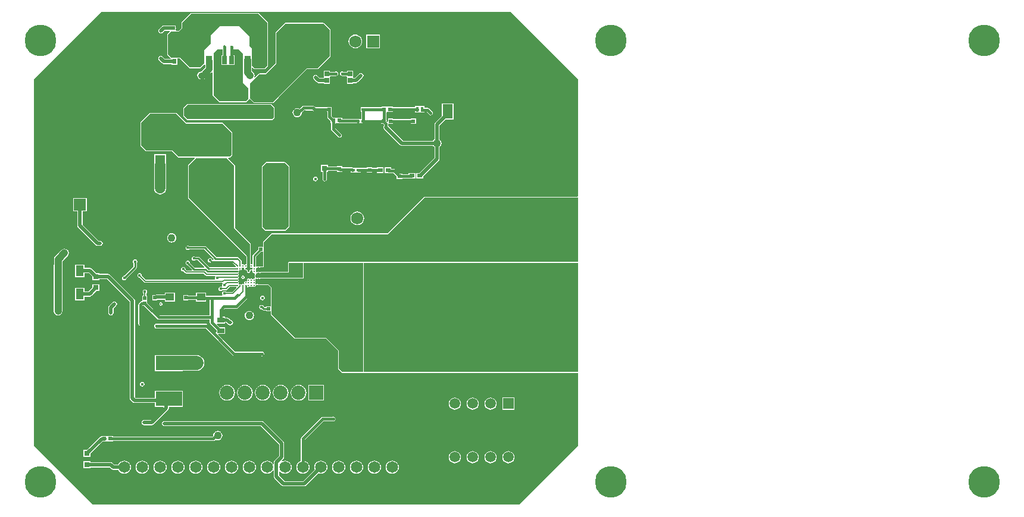
<source format=gbr>
%TF.GenerationSoftware,Altium Limited,Altium Designer,19.0.15 (446)*%
G04 Layer_Physical_Order=1*
G04 Layer_Color=255*
%FSLAX45Y45*%
%MOMM*%
%TF.FileFunction,Copper,L1,Top,Signal*%
%TF.Part,Single*%
G01*
G75*
%TA.AperFunction,SMDPad,CuDef*%
%ADD10R,0.70000X1.30000*%
%ADD11R,0.50000X0.45000*%
%ADD12R,0.50000X0.50000*%
%ADD13R,0.70000X0.40000*%
%ADD14R,0.62000X0.56000*%
%ADD15R,0.60000X0.55000*%
%ADD16R,1.45000X2.10000*%
%ADD17R,0.80000X0.80000*%
%TA.AperFunction,BGAPad,CuDef*%
%ADD18C,0.21600*%
%TA.AperFunction,SMDPad,CuDef*%
%ADD19R,0.40000X0.70000*%
%ADD20R,0.50000X0.50000*%
%ADD21R,1.26213X1.00776*%
%ADD22R,0.60000X0.75000*%
%ADD23R,1.00776X1.26213*%
%ADD24R,1.40000X1.20000*%
%ADD25R,0.70000X1.15000*%
%ADD26R,0.80000X1.15000*%
%ADD27R,0.90000X1.15000*%
%ADD28R,0.75000X0.60000*%
%ADD29R,0.55000X0.60000*%
%ADD30R,0.65000X0.70000*%
%ADD31R,1.10000X1.60000*%
%ADD32R,0.61535X0.57247*%
%ADD33R,0.51535X0.47247*%
%ADD34R,1.35464X1.80620*%
%ADD35R,1.68000X1.07000*%
%ADD36R,0.47247X0.51535*%
%ADD37R,3.81000X2.08000*%
%ADD38R,8.89000X11.43000*%
%ADD39R,1.00000X0.80000*%
%TA.AperFunction,Conductor*%
%ADD40C,0.20320*%
%ADD41C,0.38100*%
%ADD42C,0.50800*%
%ADD43C,0.20002*%
%ADD44C,1.52400*%
%ADD45C,0.25400*%
%ADD46C,0.88900*%
%ADD47C,2.03200*%
%ADD48C,1.01600*%
%TA.AperFunction,ComponentPad*%
%ADD49C,1.65000*%
%TA.AperFunction,TestPad*%
%ADD50C,1.10000*%
%TA.AperFunction,ViaPad*%
%ADD51C,4.50000*%
%TA.AperFunction,ComponentPad*%
%ADD52R,1.50000X1.50000*%
%ADD53C,1.50000*%
%ADD54C,1.53000*%
%ADD55R,1.53000X1.53000*%
%ADD56C,1.90000*%
%ADD57C,2.25000*%
%ADD58C,6.00000*%
%ADD59C,1.72500*%
%ADD60R,1.72500X1.72500*%
%ADD61R,1.72500X1.72500*%
%ADD62R,2.02500X2.02500*%
%ADD63C,2.02500*%
%TA.AperFunction,ViaPad*%
%ADD64C,0.43180*%
%ADD65C,0.25000*%
%ADD66C,0.55880*%
%ADD67C,1.06680*%
%ADD68C,0.45720*%
G36*
X2525497Y5577102D02*
X3048000Y5577102D01*
X3175000Y5450102D01*
Y5130800D01*
X3149600Y5105400D01*
X2425700D01*
X2336800Y5194300D01*
X1968500D01*
X1892300Y5270500D01*
Y5588000D01*
X2019300Y5715000D01*
X2387600D01*
X2525497Y5577102D01*
D02*
G37*
G36*
X8102600Y6210300D02*
Y4544896D01*
X8089900Y4532197D01*
X5918200Y4532197D01*
X5910424Y4528976D01*
X5392945Y4011497D01*
X3746500D01*
X3738724Y4008276D01*
X3624424Y3893976D01*
X3621203Y3886200D01*
Y3818384D01*
X3558416D01*
Y3783779D01*
X3480922Y3706284D01*
X3475869Y3698723D01*
X3474095Y3689803D01*
Y3580229D01*
X3471893Y3577751D01*
X3461395Y3571476D01*
X3457403Y3572270D01*
X3447173Y3583185D01*
Y3866324D01*
X3443952Y3874100D01*
X3224097Y4093955D01*
Y4978400D01*
X3220876Y4986176D01*
X3125350Y5081703D01*
X3130610Y5094403D01*
X3149600D01*
X3157376Y5097624D01*
X3182776Y5123024D01*
X3185997Y5130800D01*
Y5450102D01*
X3182776Y5457879D01*
X3055776Y5584879D01*
X3048000Y5588100D01*
X2530052Y5588099D01*
X2395376Y5722776D01*
X2387600Y5725997D01*
X2019300D01*
X2011524Y5722776D01*
X1884524Y5595776D01*
X1881303Y5588000D01*
Y5270500D01*
X1884524Y5262724D01*
X1960724Y5186524D01*
X1968500Y5183303D01*
X2332245D01*
X2417924Y5097624D01*
X2425700Y5094403D01*
X2647890D01*
X2653150Y5081703D01*
X2557624Y4986176D01*
X2554403Y4978400D01*
Y4521200D01*
X2557624Y4513424D01*
X3387632Y3683416D01*
Y3584918D01*
X3377402Y3574004D01*
X3368561Y3572245D01*
X3366560Y3570908D01*
X3357402Y3568286D01*
X3348245Y3570908D01*
X3346244Y3572245D01*
X3337403Y3574004D01*
X3330821Y3572695D01*
X3322453Y3577100D01*
X3318121Y3580543D01*
Y3620456D01*
X3318121Y3620457D01*
X3316544Y3628385D01*
X3312053Y3635107D01*
X3312052Y3635107D01*
X3285720Y3661439D01*
X3285434Y3662879D01*
X3280381Y3670440D01*
X3272819Y3675493D01*
X3263900Y3677267D01*
X2959695D01*
X2810481Y3826481D01*
X2802919Y3831534D01*
X2794000Y3833308D01*
X2574966D01*
X2565088Y3839908D01*
X2552700Y3842372D01*
X2540312Y3839908D01*
X2529810Y3832890D01*
X2522792Y3822388D01*
X2520328Y3810000D01*
X2522792Y3797612D01*
X2529810Y3787110D01*
X2540312Y3780092D01*
X2552700Y3777628D01*
X2565088Y3780092D01*
X2574966Y3786692D01*
X2784346D01*
X2922867Y3648171D01*
X2917607Y3635471D01*
X2901922D01*
X2900108Y3644588D01*
X2893090Y3655090D01*
X2882588Y3662108D01*
X2870200Y3664572D01*
X2857812Y3662108D01*
X2847310Y3655090D01*
X2840292Y3644588D01*
X2837828Y3632200D01*
X2840292Y3619812D01*
X2847310Y3609310D01*
X2857812Y3602292D01*
X2869463Y3599975D01*
X2873756Y3595682D01*
X2881318Y3590629D01*
X2890237Y3588855D01*
X3190148D01*
X3234685Y3544318D01*
X3229424Y3531618D01*
X2864044D01*
X2721581Y3674081D01*
X2714019Y3679134D01*
X2705100Y3680908D01*
X2663866D01*
X2653988Y3687508D01*
X2641600Y3689972D01*
X2629212Y3687508D01*
X2618710Y3680490D01*
X2611692Y3669988D01*
X2609228Y3657600D01*
X2611692Y3645212D01*
X2618710Y3634710D01*
X2629212Y3627692D01*
X2641600Y3625228D01*
X2653988Y3627692D01*
X2663866Y3634292D01*
X2695446D01*
X2791070Y3538668D01*
X2785810Y3525968D01*
X2653794D01*
X2584925Y3594837D01*
X2582608Y3606488D01*
X2575590Y3616990D01*
X2565088Y3624008D01*
X2552700Y3626472D01*
X2540312Y3624008D01*
X2529810Y3616990D01*
X2522792Y3606488D01*
X2520328Y3594100D01*
X2522792Y3581712D01*
X2529810Y3571210D01*
X2540312Y3564192D01*
X2551963Y3561875D01*
X2615860Y3497978D01*
X2610599Y3485278D01*
X2538422D01*
X2521062Y3502637D01*
X2521572Y3505200D01*
X2519108Y3517588D01*
X2512090Y3528090D01*
X2501588Y3535108D01*
X2489200Y3537572D01*
X2476812Y3535108D01*
X2466310Y3528090D01*
X2459292Y3517588D01*
X2456828Y3505200D01*
X2459292Y3492812D01*
X2466310Y3482310D01*
X2476812Y3475292D01*
X2489200Y3472828D01*
X2491763Y3473338D01*
X2515190Y3449911D01*
X2515190Y3449910D01*
X2521911Y3445419D01*
X2529840Y3443842D01*
X2778203D01*
X2805794Y3416251D01*
X2805795Y3416250D01*
X2812517Y3411759D01*
X2820445Y3410182D01*
X2820446Y3410182D01*
X2940872D01*
X2941833Y3409096D01*
X2946498Y3397482D01*
X2941892Y3390588D01*
X2939428Y3378200D01*
X2941892Y3365812D01*
X2942683Y3364628D01*
X2935895Y3351928D01*
X1960572D01*
X1898762Y3413737D01*
X1899272Y3416300D01*
X1896808Y3428688D01*
X1889790Y3439190D01*
X1879288Y3446208D01*
X1866900Y3448672D01*
X1854512Y3446208D01*
X1844010Y3439190D01*
X1836992Y3428688D01*
X1834528Y3416300D01*
X1836992Y3403912D01*
X1844010Y3393410D01*
X1854512Y3386392D01*
X1866900Y3383928D01*
X1869463Y3384438D01*
X1937340Y3316561D01*
X1937340Y3316560D01*
X1944062Y3312069D01*
X1951990Y3310492D01*
X1951991Y3310492D01*
X3044115D01*
X3048573Y3302821D01*
X3049545Y3298046D01*
X3043492Y3288988D01*
X3041028Y3276600D01*
X3043104Y3266160D01*
X3038390Y3260438D01*
X3033270Y3256651D01*
X3022600Y3258773D01*
X3010212Y3256309D01*
X2999710Y3249291D01*
X2992692Y3238789D01*
X2990228Y3226401D01*
X2992692Y3214013D01*
X2999710Y3203510D01*
X3010212Y3196493D01*
X3022600Y3194029D01*
X3034988Y3196493D01*
X3045490Y3203510D01*
X3046942Y3205683D01*
X3099298D01*
X3099300Y3205683D01*
X3107228Y3207260D01*
X3113950Y3211751D01*
X3152380Y3250182D01*
X3240619D01*
X3245879Y3237482D01*
X3188432Y3180034D01*
X3097742D01*
X3096290Y3182207D01*
X3085788Y3189224D01*
X3073400Y3191688D01*
X3061012Y3189224D01*
X3050510Y3182207D01*
X3043492Y3171705D01*
X3041028Y3159316D01*
X3043492Y3146928D01*
X3048518Y3139406D01*
X3044827Y3129175D01*
X3042892Y3126706D01*
X2816467D01*
Y3166066D01*
X2669933D01*
Y3127783D01*
X2560655D01*
Y3133161D01*
X2490335D01*
Y3062841D01*
X2560655D01*
Y3068219D01*
X2669933D01*
Y3044970D01*
X2816467D01*
Y3067142D01*
X2865818D01*
Y2849182D01*
X2152927D01*
X1976885Y3025223D01*
X1976886Y3054960D01*
X1976885Y3067660D01*
Y3130672D01*
X1963820D01*
Y3160662D01*
X1965990Y3162112D01*
X1973008Y3172614D01*
X1975472Y3185003D01*
X1973008Y3197391D01*
X1965990Y3207893D01*
X1955488Y3214911D01*
X1943100Y3217375D01*
X1930712Y3214911D01*
X1920210Y3207893D01*
X1913192Y3197391D01*
X1910728Y3185003D01*
X1913192Y3172614D01*
X1920210Y3162112D01*
X1922384Y3160659D01*
Y3130672D01*
X1909318D01*
Y3067660D01*
X1909318Y3058817D01*
X1902806Y3048815D01*
X1901432D01*
X1890035Y3046548D01*
X1880373Y3040091D01*
X1858541Y3018259D01*
X1852085Y3008597D01*
X1849818Y2997200D01*
Y2730500D01*
X1852085Y2719103D01*
X1858541Y2709441D01*
X1868203Y2702985D01*
X1879600Y2700718D01*
X1890997Y2702985D01*
X1900659Y2709441D01*
X1907115Y2719103D01*
X1909382Y2730500D01*
Y2983105D01*
X1934767D01*
X2119531Y2798341D01*
X2129193Y2791885D01*
X2140590Y2789618D01*
X2865818D01*
Y2748298D01*
X2868085Y2736901D01*
X2874541Y2727239D01*
X2962440Y2639339D01*
Y2608072D01*
X2950707Y2603212D01*
X2837919Y2715999D01*
X2828257Y2722455D01*
X2816860Y2724722D01*
X2120777D01*
X2120588Y2724848D01*
X2108200Y2727312D01*
X2095812Y2724848D01*
X2085310Y2717830D01*
X2078292Y2707328D01*
X2075828Y2694940D01*
X2078292Y2682552D01*
X2085310Y2672050D01*
X2095812Y2665032D01*
X2108200Y2662568D01*
X2120588Y2665032D01*
X2120777Y2665158D01*
X2804524D01*
X3192041Y2277641D01*
X3201703Y2271185D01*
X3213100Y2268918D01*
X3594223D01*
X3594412Y2268792D01*
X3606800Y2266328D01*
X3619188Y2268792D01*
X3629690Y2275810D01*
X3636708Y2286312D01*
X3639172Y2298700D01*
X3636708Y2311088D01*
X3629690Y2321590D01*
X3619188Y2328608D01*
X3606800Y2331072D01*
X3594412Y2328608D01*
X3594223Y2328482D01*
X3225436D01*
X2984514Y2569405D01*
X2989374Y2581138D01*
X3082760D01*
Y2681458D01*
X3004559D01*
X2967576Y2718440D01*
X2972837Y2731140D01*
X3082760D01*
Y2745043D01*
X3096482D01*
X3123963Y2717563D01*
X3135725Y2709703D01*
X3149600Y2706943D01*
X3149601Y2706943D01*
X3162300D01*
X3176175Y2709703D01*
X3187937Y2717563D01*
X3195797Y2729325D01*
X3198557Y2743200D01*
X3195797Y2757075D01*
X3187937Y2768837D01*
X3176175Y2776697D01*
X3165194Y2778881D01*
X3137137Y2806937D01*
X3125375Y2814797D01*
X3111500Y2817557D01*
X3111499Y2817557D01*
X3082760D01*
Y2831460D01*
X3052382D01*
Y2911746D01*
X3082655Y2942018D01*
X3240706D01*
X3252104Y2944285D01*
X3261766Y2950741D01*
X3389330Y3078304D01*
X3395786Y3087967D01*
X3397738Y3097783D01*
X3398936Y3099577D01*
X3400710Y3108496D01*
Y3241571D01*
X3402912Y3244049D01*
X3413411Y3250323D01*
X3417403Y3249529D01*
X3425581Y3251156D01*
X3432514Y3255789D01*
X3442291Y3255789D01*
X3445288Y3253786D01*
X3449224Y3251156D01*
X3457403Y3249529D01*
X3465581Y3251156D01*
X3472514Y3255789D01*
X3482291Y3255789D01*
X3485288Y3253787D01*
X3489225Y3251156D01*
X3497403Y3249529D01*
X3505581Y3251156D01*
X3512514Y3255789D01*
X3517147Y3262722D01*
X3518453Y3269288D01*
X3519916Y3271966D01*
X3524664Y3277740D01*
X3526496Y3279867D01*
X3529459Y3281095D01*
X3532606Y3281721D01*
X3532852Y3281886D01*
X3537403Y3282791D01*
X3541953Y3281886D01*
X3544542Y3280156D01*
X3547688Y3279530D01*
X3550652Y3278303D01*
X3567213D01*
X3570178Y3279531D01*
X3573323Y3280157D01*
X3573515Y3280285D01*
X3577403Y3281058D01*
X3581289Y3280285D01*
X3581482Y3280156D01*
X3584628Y3279530D01*
X3587592Y3278303D01*
X3698765D01*
X3732963Y3244105D01*
Y2975102D01*
X3665096D01*
Y2964626D01*
X3639148D01*
X3631951Y2971824D01*
X3630828Y2977470D01*
X3623810Y2987972D01*
X3613308Y2994989D01*
X3600920Y2997453D01*
X3588532Y2994989D01*
X3578029Y2987972D01*
X3571012Y2977470D01*
X3568548Y2965081D01*
X3571012Y2952693D01*
X3578029Y2942191D01*
X3588532Y2935173D01*
X3600920Y2932709D01*
X3604441Y2933410D01*
X3613013Y2924837D01*
X3620575Y2919785D01*
X3629494Y2918011D01*
X3665096D01*
Y2907535D01*
X3732963D01*
Y2865120D01*
X3736184Y2857344D01*
X4076544Y2516984D01*
X4084320Y2513763D01*
X4521725D01*
X4693083Y2342405D01*
X4693083Y2085340D01*
X4693082Y2085339D01*
X4696303Y2077563D01*
X4696305Y2077563D01*
X4742024Y2031844D01*
X4749800Y2028623D01*
X5045457Y2028622D01*
X5050956Y2030900D01*
X5056454Y2028623D01*
X5069154Y2028622D01*
X8102600Y2028622D01*
Y990600D01*
X7264400Y152400D01*
X1206500D01*
X368300Y990600D01*
Y6210300D01*
X1320800Y7162800D01*
X7150100D01*
X8102600Y6210300D01*
D02*
G37*
G36*
X3621203Y3541597D02*
X3587808D01*
X3584844Y3540369D01*
X3584399Y3540281D01*
X3584098Y3540341D01*
X3577403Y3539009D01*
X3570707Y3540341D01*
X3570091Y3540218D01*
X3567380Y3541341D01*
X3547425D01*
X3544714Y3540218D01*
X3544099Y3540341D01*
X3537403Y3539009D01*
X3537155Y3539058D01*
X3536470Y3538922D01*
X3535847Y3539237D01*
X3532429Y3538118D01*
X3530166Y3537668D01*
X3522206Y3543428D01*
X3519801Y3546329D01*
X3520711Y3550900D01*
Y3680149D01*
X3591378Y3750817D01*
X3621203D01*
Y3541597D01*
D02*
G37*
G36*
X8102598Y4521199D02*
X8102601Y3606800D01*
X3987799Y3606800D01*
Y3606798D01*
X3980023Y3603578D01*
X3976802Y3595802D01*
X3976803Y3465397D01*
X3590436D01*
X3587472Y3464170D01*
X3584326Y3463544D01*
X3581289Y3461515D01*
X3577403Y3460742D01*
X3573516Y3461515D01*
X3570480Y3463544D01*
X3567333Y3464170D01*
X3564370Y3465397D01*
X3550436D01*
X3547472Y3464170D01*
X3544326Y3463544D01*
X3541289Y3461515D01*
X3537403Y3460742D01*
X3536084Y3461004D01*
X3533112Y3461881D01*
X3525771Y3467788D01*
X3523781Y3470770D01*
Y3518542D01*
X3523847Y3518693D01*
X3535010Y3528272D01*
X3537403Y3527796D01*
X3546244Y3529555D01*
X3547425Y3530344D01*
X3567380D01*
X3568561Y3529555D01*
X3577403Y3527796D01*
X3586244Y3529555D01*
X3587808Y3530600D01*
X3632200D01*
Y3886200D01*
X3746500Y4000500D01*
X5397500D01*
X5918200Y4521200D01*
X8102598Y4521199D01*
D02*
G37*
G36*
X3357381Y3521722D02*
X3356058Y3519741D01*
X3354299Y3510900D01*
X3356058Y3502059D01*
X3358048Y3499080D01*
D01*
X3359851Y3496382D01*
X3361066Y3494563D01*
X3368555Y3489559D01*
X3368561Y3489555D01*
X3377403Y3487796D01*
X3385686Y3489444D01*
X3386244Y3489555D01*
X3386600Y3489110D01*
X3386637Y3489086D01*
X3392273Y3482444D01*
X3392698Y3482225D01*
X3392881Y3481783D01*
X3393381Y3481576D01*
X3393867Y3480028D01*
X3393936Y3479942D01*
X3393943Y3479918D01*
X3393944Y3479918D01*
X3394606Y3477740D01*
D01*
X3395243Y3475647D01*
X3394299Y3470900D01*
X3396057Y3462058D01*
X3401066Y3454563D01*
X3401810Y3454066D01*
D01*
X3408561Y3449555D01*
X3417403Y3447796D01*
X3426244Y3449555D01*
X3433739Y3454563D01*
X3438748Y3462058D01*
X3440506Y3470900D01*
X3439321Y3476859D01*
X3444410Y3486121D01*
X3447462Y3489559D01*
X3452867D01*
X3455950Y3488946D01*
D01*
X3457403Y3488657D01*
X3461938Y3489559D01*
X3466518D01*
X3467343D01*
X3475696Y3480149D01*
X3476037Y3479639D01*
X3475484Y3476859D01*
X3474918Y3474010D01*
X3474299Y3470900D01*
X3476058Y3462058D01*
X3481066Y3454563D01*
X3481310Y3454400D01*
X3488561Y3449555D01*
X3497403Y3447796D01*
X3499962Y3448305D01*
X3501484Y3447533D01*
X3507098Y3441592D01*
D01*
X3508363Y3439078D01*
X3509198Y3437417D01*
X3508533Y3435810D01*
X3508964Y3434769D01*
X3508744Y3433665D01*
X3509294Y3430900D01*
X3507962Y3424204D01*
X3508077Y3423625D01*
X3506903Y3420790D01*
X3506903Y3401011D01*
X3508077Y3398175D01*
X3507962Y3397596D01*
X3509422Y3390254D01*
X3510071Y3389283D01*
X3510080Y3388116D01*
X3510208Y3387813D01*
X3510207Y3381687D01*
X3510192Y3381652D01*
X3498655Y3372022D01*
X3497403Y3372271D01*
X3489225Y3370644D01*
X3483427Y3366770D01*
X3483426D01*
X3482291Y3366011D01*
X3472514Y3366012D01*
X3471379Y3366770D01*
X3471379D01*
X3465581Y3370644D01*
X3457403Y3372271D01*
X3449224Y3370644D01*
X3443427Y3366770D01*
D01*
X3442291Y3366011D01*
X3439867Y3366770D01*
X3434051D01*
X3433739Y3367237D01*
X3429658Y3369964D01*
D01*
X3426244Y3372245D01*
X3417403Y3374004D01*
X3408561Y3372245D01*
X3405147Y3369964D01*
X3401066Y3367237D01*
X3396057Y3359742D01*
X3394299Y3350900D01*
D01*
D01*
Y3350900D01*
X3396057Y3342059D01*
X3397381Y3340078D01*
X3388225Y3330921D01*
X3386244Y3332245D01*
X3377403Y3334004D01*
X3368561Y3332245D01*
X3361066Y3327237D01*
X3356058Y3319741D01*
X3354299Y3310900D01*
X3356058Y3302058D01*
X3357283Y3300224D01*
X3357337Y3300034D01*
X3348269Y3290965D01*
X3348078Y3291019D01*
X3346244Y3292245D01*
X3337403Y3294004D01*
X3328561Y3292245D01*
X3325147Y3289964D01*
X3312514Y3286011D01*
X3305581Y3290644D01*
X3297403Y3292271D01*
X3289225Y3290644D01*
X3289028Y3290513D01*
X3280052Y3293549D01*
X3277016Y3302526D01*
X3277147Y3302722D01*
X3278773Y3310900D01*
X3277147Y3319078D01*
X3272514Y3326011D01*
X3272514Y3335789D01*
X3274516Y3338785D01*
X3277147Y3342722D01*
X3278773Y3350900D01*
X3277147Y3359078D01*
X3272514Y3366012D01*
X3272514Y3375789D01*
X3274516Y3378785D01*
X3277147Y3382722D01*
X3278773Y3390900D01*
X3277147Y3399078D01*
X3272514Y3406011D01*
X3272514Y3415788D01*
X3274516Y3418785D01*
X3277147Y3422722D01*
X3278773Y3430900D01*
X3277147Y3439078D01*
X3276207Y3440484D01*
X3273554Y3452391D01*
X3273884Y3454419D01*
X3278936Y3461980D01*
X3280710Y3470900D01*
X3278936Y3479819D01*
X3277859Y3481432D01*
X3287015Y3490588D01*
X3288561Y3489555D01*
X3289174Y3489433D01*
X3297403Y3487796D01*
X3306244Y3489555D01*
X3313739Y3494563D01*
X3318748Y3502059D01*
X3320506Y3510900D01*
X3318748Y3519741D01*
X3317424Y3521722D01*
X3326581Y3530878D01*
X3328561Y3529555D01*
X3329174Y3529433D01*
X3337403Y3527796D01*
X3346244Y3529555D01*
X3347685Y3530518D01*
X3348225Y3530878D01*
X3357381Y3521722D01*
D02*
G37*
G36*
X3213100Y4978400D02*
Y4089400D01*
X3436176Y3866324D01*
Y3551625D01*
X3436032Y3550900D01*
X3436176Y3550175D01*
Y3527659D01*
X3469515D01*
X3476519Y3520655D01*
Y3513349D01*
X3476032Y3510900D01*
X3476065Y3510737D01*
X3469285Y3502166D01*
X3467343Y3500556D01*
X3461938D01*
X3460898Y3500125D01*
X3459793Y3500345D01*
X3457403Y3499869D01*
X3455013Y3500345D01*
X3453908Y3500125D01*
X3452867Y3500556D01*
X3447462D01*
X3447139Y3500422D01*
X3446809Y3500537D01*
X3443298Y3498831D01*
X3439686Y3497336D01*
X3432280Y3492840D01*
X3434393Y3490727D01*
X3429683Y3482154D01*
X3429271Y3478410D01*
X3428535Y3474714D01*
X3429294Y3470900D01*
X3429127Y3470063D01*
X3419467Y3463009D01*
X3414489Y3462146D01*
X3410007Y3463155D01*
X3405872Y3472713D01*
X3406029Y3473501D01*
X3405501Y3476156D01*
X3405765Y3478849D01*
X3405740Y3478926D01*
X3404457Y3483144D01*
X3404369Y3483293D01*
X3402401Y3489560D01*
X3400658D01*
Y3489559D01*
X3400658D01*
X3394831Y3496426D01*
X3393802Y3496992D01*
X3392685Y3498203D01*
X3392354Y3498699D01*
X3389767Y3499213D01*
X3387457Y3500485D01*
X3385795Y3500003D01*
X3384098Y3500341D01*
X3377403Y3499009D01*
X3371995Y3500084D01*
X3371509Y3500812D01*
X3368994Y3502492D01*
X3367192Y3505190D01*
X3369127Y3518651D01*
X3376796Y3523757D01*
X3378572Y3524301D01*
X3386574D01*
X3398629Y3536355D01*
Y3541881D01*
X3398748Y3542058D01*
X3400507Y3550900D01*
X3398748Y3559741D01*
X3398629Y3559919D01*
Y3687971D01*
X2565400Y4521200D01*
Y4978400D01*
X2667000Y5080000D01*
X3111500D01*
X3213100Y4978400D01*
D02*
G37*
G36*
X4189063Y3381577D02*
X3587778Y3381577D01*
X3584815Y3380350D01*
X3584434Y3380274D01*
X3584098Y3380341D01*
X3577403Y3379009D01*
X3570707Y3380341D01*
X3570371Y3380274D01*
X3569991Y3380350D01*
X3567027Y3381577D01*
X3547778D01*
X3544815Y3380350D01*
X3544434Y3380274D01*
X3544099Y3380341D01*
X3537403Y3379009D01*
X3530707Y3380341D01*
X3530371Y3380274D01*
X3529878Y3380372D01*
X3526782Y3381574D01*
X3520337Y3392096D01*
X3520208Y3392400D01*
X3518748Y3399741D01*
X3517900Y3401011D01*
X3517900Y3420789D01*
X3518748Y3422058D01*
X3520507Y3430900D01*
X3519530Y3435810D01*
X3533938Y3450218D01*
X3537403Y3449529D01*
X3545581Y3451156D01*
X3550436Y3454400D01*
X3564370D01*
X3569225Y3451156D01*
X3577403Y3449529D01*
X3585581Y3451156D01*
X3590436Y3454400D01*
X3987800D01*
X3987799Y3595802D01*
X4189062D01*
X4189063Y3381577D01*
D02*
G37*
G36*
X5045457Y2039619D02*
X4749800Y2039620D01*
X4704080Y2085340D01*
X4704080Y2346960D01*
X4526280Y2524760D01*
X4084320D01*
X3743960Y2865120D01*
Y3248660D01*
X3703320Y3289300D01*
X3587592D01*
X3585581Y3290644D01*
X3577403Y3292271D01*
X3569225Y3290644D01*
X3567213Y3289300D01*
X3550652D01*
X3546244Y3292245D01*
X3537403Y3294004D01*
X3528561Y3292245D01*
X3526495Y3290865D01*
X3517900Y3299460D01*
Y3306510D01*
X3518773Y3310900D01*
X3517900Y3315290D01*
Y3346510D01*
X3518773Y3350900D01*
X3517900Y3355290D01*
Y3361036D01*
X3527027Y3370580D01*
X3528561Y3369555D01*
X3537403Y3367796D01*
X3546244Y3369555D01*
X3547778Y3370580D01*
X3567027D01*
X3568561Y3369555D01*
X3577403Y3367796D01*
X3586244Y3369555D01*
X3587778Y3370580D01*
X4200060Y3370580D01*
X4200059Y3595802D01*
X5045457Y3595802D01*
X5045457Y2039619D01*
D02*
G37*
G36*
X8102601Y2039619D02*
X5069155Y2039619D01*
X5056454Y2039620D01*
X5056454Y3595709D01*
X6574746Y3595803D01*
X8102598D01*
X8102601Y2039619D01*
D02*
G37*
%LPC*%
G36*
X2603500Y7148397D02*
X2595724Y7145176D01*
X2468724Y7018176D01*
X2465503Y7010400D01*
Y6938755D01*
X2421145Y6894397D01*
X2395437D01*
X2384660Y6899040D01*
X2384660Y6907097D01*
Y6928686D01*
X2385757Y6934200D01*
X2384660Y6939714D01*
Y6969360D01*
X2355014D01*
X2349500Y6970457D01*
X2209801D01*
X2209800Y6970457D01*
X2195925Y6967697D01*
X2184163Y6959837D01*
X2146063Y6921737D01*
X2138203Y6909975D01*
X2135443Y6896100D01*
X2138203Y6882225D01*
X2146063Y6870463D01*
X2157825Y6862603D01*
X2171700Y6859843D01*
X2185575Y6862603D01*
X2197337Y6870463D01*
X2224818Y6897943D01*
X2292430D01*
X2297691Y6885243D01*
X2265524Y6853076D01*
X2262303Y6845299D01*
X2262303Y6565900D01*
X2265524Y6558124D01*
X2314590Y6509057D01*
X2313008Y6500862D01*
X2310697Y6496357D01*
X2229017D01*
X2197337Y6528037D01*
X2185575Y6535897D01*
X2171700Y6538657D01*
X2157825Y6535897D01*
X2146063Y6528037D01*
X2138203Y6516275D01*
X2135443Y6502400D01*
X2138203Y6488525D01*
X2146063Y6476763D01*
X2188361Y6434464D01*
X2188362Y6434463D01*
X2200124Y6426604D01*
X2213999Y6423844D01*
X2322038D01*
Y6412441D01*
X2402358D01*
Y6504103D01*
X2442345D01*
X2543121Y6403328D01*
X2578824Y6367624D01*
X2586601Y6364403D01*
X2730500D01*
X2738276Y6367624D01*
X2784540Y6413888D01*
X2797240Y6408627D01*
Y6407960D01*
X2800760D01*
Y6372004D01*
X2745537Y6316780D01*
X2743200D01*
X2721892Y6312541D01*
X2703828Y6300472D01*
X2691759Y6282408D01*
X2687520Y6261100D01*
X2691759Y6239792D01*
X2703828Y6221728D01*
X2721892Y6209659D01*
X2743200Y6205420D01*
X2768600D01*
X2789908Y6209659D01*
X2807972Y6221728D01*
X2895703Y6309460D01*
X2896172Y6309454D01*
X2908403Y6305553D01*
Y5983300D01*
X2911624Y5975524D01*
X3002124Y5885024D01*
X3009900Y5881803D01*
X3378384D01*
X3386160Y5885024D01*
X3424076Y5922940D01*
X3424169Y5923164D01*
X3438829Y5925369D01*
X3491874Y5872324D01*
X3499650Y5869103D01*
X3759200D01*
X3766976Y5872324D01*
X3843176Y5948524D01*
X4246355Y6351703D01*
X4394200Y6351703D01*
X4401976Y6354924D01*
X4579776Y6532724D01*
X4582997Y6540500D01*
Y6908800D01*
X4579776Y6916576D01*
X4490876Y7005476D01*
X4483100Y7008697D01*
X3937000D01*
X3929224Y7005476D01*
X3802224Y6878476D01*
X3799003Y6870700D01*
Y6430755D01*
X3659395Y6291147D01*
X3575050Y6291147D01*
X3567274Y6287926D01*
X3509762Y6230415D01*
X3499764Y6237022D01*
X3499228Y6237841D01*
X3503854Y6261100D01*
X3499123Y6284885D01*
X3485650Y6305050D01*
X3464554Y6326145D01*
Y6371200D01*
X3476288Y6376060D01*
X3497424Y6354924D01*
X3505200Y6351703D01*
X3644900D01*
X3652676Y6354924D01*
X3690776Y6393024D01*
X3693997Y6400800D01*
Y7010299D01*
X3690776Y7018075D01*
X3563675Y7145176D01*
X3555899Y7148397D01*
X2603500Y7148397D01*
D02*
G37*
G36*
X5285630Y6842532D02*
X5092810D01*
Y6649712D01*
X5285630D01*
Y6842532D01*
D02*
G37*
G36*
X4935220Y6843364D02*
X4910052Y6840050D01*
X4886599Y6830336D01*
X4866460Y6814882D01*
X4851006Y6794743D01*
X4841292Y6771290D01*
X4837978Y6746122D01*
X4841292Y6720954D01*
X4851006Y6697501D01*
X4866460Y6677361D01*
X4886599Y6661908D01*
X4910052Y6652193D01*
X4935220Y6648880D01*
X4960388Y6652193D01*
X4983841Y6661908D01*
X5003980Y6677361D01*
X5019434Y6697501D01*
X5029148Y6720954D01*
X5032462Y6746122D01*
X5029148Y6771290D01*
X5019434Y6794743D01*
X5003980Y6814882D01*
X4983841Y6830336D01*
X4960388Y6840050D01*
X4935220Y6843364D01*
D02*
G37*
G36*
X4906761Y6328359D02*
X4821441D01*
Y6312981D01*
X4767317D01*
X4762188Y6316408D01*
X4749800Y6318872D01*
X4737412Y6316408D01*
X4726910Y6309390D01*
X4719892Y6298888D01*
X4717428Y6286500D01*
X4719892Y6274112D01*
X4726910Y6263610D01*
X4737412Y6256592D01*
X4741587Y6255761D01*
X4741704Y6255683D01*
X4753101Y6253417D01*
X4812461D01*
X4821441Y6244436D01*
Y6238039D01*
X4821441Y6225339D01*
Y6143038D01*
X4906761D01*
Y6151941D01*
X4943596D01*
X4943598Y6151941D01*
X4957472Y6154701D01*
X4969235Y6162560D01*
X5042137Y6235463D01*
X5049997Y6247225D01*
X5052757Y6261100D01*
X5049997Y6274975D01*
X5042137Y6286737D01*
X5030375Y6294597D01*
X5016500Y6297357D01*
X5002625Y6294597D01*
X4990863Y6286737D01*
X4928579Y6224454D01*
X4915665D01*
X4906762Y6233358D01*
X4906761Y6246058D01*
Y6328359D01*
D02*
G37*
G36*
X4576558Y6328359D02*
X4491238D01*
X4491238Y6233435D01*
X4482257Y6224455D01*
X4431320D01*
X4394437Y6261337D01*
X4382675Y6269197D01*
X4368800Y6271957D01*
X4354925Y6269197D01*
X4343163Y6261337D01*
X4335303Y6249575D01*
X4332543Y6235700D01*
X4335303Y6221825D01*
X4343163Y6210063D01*
X4390664Y6162561D01*
X4390664Y6162561D01*
X4402427Y6154701D01*
X4416302Y6151941D01*
X4416303Y6151941D01*
X4491238D01*
Y6143038D01*
X4576558D01*
Y6225339D01*
X4576558Y6233358D01*
X4576558Y6244437D01*
X4585538Y6253417D01*
X4657599D01*
X4668997Y6255684D01*
X4669112Y6255761D01*
X4673288Y6256592D01*
X4683790Y6263610D01*
X4690808Y6274112D01*
X4693272Y6286500D01*
X4690808Y6298888D01*
X4683790Y6309390D01*
X4673288Y6316408D01*
X4660900Y6318872D01*
X4648512Y6316408D01*
X4643384Y6312982D01*
X4576558D01*
Y6328359D01*
D02*
G37*
G36*
X6331062Y5862958D02*
X6165742D01*
Y5683912D01*
X6070363Y5588534D01*
X6062503Y5576771D01*
X6059743Y5562896D01*
X6059743Y5562895D01*
Y5350212D01*
X6049527Y5342373D01*
X6041688Y5332157D01*
X5615718D01*
X5401504Y5546371D01*
Y5563247D01*
X5402202Y5575658D01*
X5472521Y5575658D01*
Y5581036D01*
X5727200D01*
Y5575658D01*
X5797520D01*
Y5645978D01*
X5727200D01*
Y5640600D01*
X5472521D01*
Y5645978D01*
X5402202D01*
Y5605434D01*
X5389502Y5600797D01*
X5380830Y5609467D01*
X5382957Y5620156D01*
X5380197Y5634031D01*
X5376482Y5639590D01*
Y5731860D01*
X5385463Y5740840D01*
X5399560Y5740840D01*
X5471858D01*
Y5748717D01*
X5787508D01*
Y5733338D01*
X5844810D01*
X5847828Y5733338D01*
X5857511D01*
X5860528Y5733338D01*
X5917830D01*
Y5740197D01*
X5952484D01*
X5977148Y5715534D01*
X5977192Y5715312D01*
X5984210Y5704810D01*
X5994712Y5697792D01*
X6007100Y5695328D01*
X6019488Y5697792D01*
X6029990Y5704810D01*
X6037008Y5715312D01*
X6039472Y5727700D01*
X6037008Y5740088D01*
X6029990Y5750590D01*
X6019488Y5757608D01*
X6019266Y5757652D01*
X5985880Y5791039D01*
X5976218Y5797495D01*
X5964820Y5799762D01*
X5917830D01*
Y5823658D01*
X5860528D01*
X5857511Y5823658D01*
X5847828D01*
X5844810Y5823658D01*
X5787508D01*
Y5808281D01*
X5471858D01*
Y5816160D01*
X5399560D01*
X5391539Y5816160D01*
X5378838Y5816160D01*
X5306540D01*
Y5808282D01*
X5085019D01*
Y5811160D01*
X5014699D01*
Y5745840D01*
X5020077D01*
Y5649854D01*
X5010018Y5643478D01*
X5001999Y5643478D01*
X4974286D01*
X4971408Y5644050D01*
X4747878D01*
Y5658940D01*
X4674868D01*
X4666023Y5658940D01*
X4653323Y5658940D01*
X4622432D01*
X4597282Y5684090D01*
Y5743340D01*
X4602659D01*
Y5813660D01*
X4532339D01*
Y5808282D01*
X4368235D01*
X4354059Y5822458D01*
X4344397Y5828914D01*
X4333000Y5831181D01*
X4198557D01*
X4187160Y5828914D01*
X4177498Y5822458D01*
X4143151Y5788112D01*
X4142581Y5788549D01*
X4126730Y5795115D01*
X4109720Y5797354D01*
X4092710Y5795115D01*
X4076859Y5788549D01*
X4063247Y5778105D01*
X4052803Y5764493D01*
X4046237Y5748642D01*
X4043998Y5731632D01*
X4046237Y5714622D01*
X4052803Y5698771D01*
X4063247Y5685160D01*
X4076859Y5674715D01*
X4092710Y5668149D01*
X4109720Y5665910D01*
X4126730Y5668149D01*
X4142581Y5674715D01*
X4156193Y5685160D01*
X4166637Y5698771D01*
X4173203Y5714622D01*
X4175442Y5731632D01*
X4174915Y5735639D01*
X4210893Y5771617D01*
X4227459D01*
Y5761039D01*
X4317779D01*
Y5761039D01*
X4330479Y5761802D01*
X4334840Y5757441D01*
X4344502Y5750985D01*
X4355899Y5748718D01*
X4532339D01*
Y5743340D01*
X4537717D01*
Y5671754D01*
X4539984Y5660357D01*
X4546440Y5650695D01*
X4580314Y5616821D01*
Y5581373D01*
X4591459D01*
Y5500659D01*
X4593726Y5489262D01*
X4600182Y5479600D01*
X4681748Y5398034D01*
X4681792Y5397812D01*
X4688810Y5387310D01*
X4699312Y5380292D01*
X4711700Y5377828D01*
X4724088Y5380292D01*
X4734590Y5387310D01*
X4741608Y5397812D01*
X4744072Y5410200D01*
X4741608Y5422588D01*
X4734590Y5433090D01*
X4724088Y5440108D01*
X4723866Y5440152D01*
X4651023Y5512995D01*
Y5572392D01*
X4660004Y5581372D01*
X4674868Y5581373D01*
X4747878D01*
Y5584486D01*
X4939698D01*
Y5578158D01*
X5001999D01*
X5010018Y5578158D01*
X5022718Y5578158D01*
X5085019D01*
Y5581036D01*
X5302202D01*
Y5575658D01*
X5330403D01*
X5341939Y5564122D01*
Y5544313D01*
X5338225Y5538753D01*
X5335465Y5524878D01*
X5338225Y5511004D01*
X5346084Y5499241D01*
X5575062Y5270263D01*
X5575063Y5270263D01*
X5586825Y5262403D01*
X5600700Y5259643D01*
X6041688D01*
X6049527Y5249427D01*
X6059743Y5241588D01*
Y5086614D01*
X5847185Y4874056D01*
X5803140D01*
Y4793736D01*
X5898460D01*
Y4822781D01*
X6121637Y5045958D01*
X6121637Y5045958D01*
X6129497Y5057721D01*
X6132257Y5071596D01*
X6132257Y5071597D01*
Y5241588D01*
X6142473Y5249427D01*
X6152917Y5263039D01*
X6159483Y5278890D01*
X6161722Y5295900D01*
X6159483Y5312910D01*
X6152917Y5328761D01*
X6142473Y5342373D01*
X6132257Y5350212D01*
Y5547878D01*
X6217016Y5632638D01*
X6331062D01*
Y5862958D01*
D02*
G37*
G36*
X3733801Y5852997D02*
X2552700D01*
X2544924Y5849776D01*
X2494124Y5798976D01*
X2490903Y5791200D01*
X2490903Y5687797D01*
X2494124Y5680021D01*
X2543121Y5631023D01*
X2550897Y5627802D01*
X3751335D01*
X3759111Y5631023D01*
X3784511Y5656424D01*
X3787732Y5664200D01*
X3787732Y5799064D01*
X3784511Y5806841D01*
X3784511Y5806841D01*
X3741577Y5849775D01*
X3741577Y5849776D01*
X3733801Y5852997D01*
D02*
G37*
G36*
X4545959Y4991659D02*
X4445640D01*
Y4891339D01*
X4470766D01*
Y4800477D01*
X4470640Y4800288D01*
X4468176Y4787900D01*
X4470640Y4775512D01*
X4477657Y4765010D01*
X4488159Y4757992D01*
X4500548Y4755528D01*
X4512936Y4757992D01*
X4523438Y4765010D01*
X4530456Y4775512D01*
X4532920Y4787900D01*
X4530456Y4800288D01*
X4530330Y4800477D01*
Y4891339D01*
X4545959D01*
Y4906968D01*
X4674039D01*
Y4891842D01*
X4749359D01*
Y4893566D01*
X4867640D01*
Y4882240D01*
X4929940D01*
X4937960Y4882240D01*
X4950660Y4882240D01*
X5012960D01*
Y4885117D01*
X5096091D01*
Y4876740D01*
X5178411D01*
Y4885117D01*
X5244040D01*
Y4874741D01*
X5339360D01*
Y4955061D01*
X5244040D01*
Y4944682D01*
X5178411D01*
Y4953059D01*
X5096091D01*
Y4944682D01*
X5012960D01*
Y4947560D01*
X4950660D01*
X4942640Y4947560D01*
X4929940Y4947560D01*
X4905689D01*
X4900746Y4950863D01*
X4889349Y4953130D01*
X4749359D01*
Y4972162D01*
X4674039D01*
Y4966533D01*
X4545959D01*
Y4991659D01*
D02*
G37*
G36*
X5449362Y4955061D02*
X5354042D01*
Y4874741D01*
X5409775D01*
X5412652Y4874169D01*
X5471505D01*
X5521429Y4824246D01*
Y4787044D01*
X5603749D01*
Y4795422D01*
X5693138D01*
Y4793736D01*
X5788458D01*
Y4874056D01*
X5693138D01*
Y4854986D01*
X5603749D01*
Y4863364D01*
X5566547D01*
X5504901Y4925010D01*
X5495239Y4931467D01*
X5483841Y4933734D01*
X5449362D01*
Y4955061D01*
D02*
G37*
G36*
X4368800Y4820272D02*
X4356412Y4817808D01*
X4345910Y4810790D01*
X4338892Y4800288D01*
X4336428Y4787900D01*
X4338892Y4775512D01*
X4345910Y4765010D01*
X4356412Y4757992D01*
X4368800Y4755528D01*
X4381188Y4757992D01*
X4391690Y4765010D01*
X4398708Y4775512D01*
X4401172Y4787900D01*
X4398708Y4800288D01*
X4391690Y4810790D01*
X4381188Y4817808D01*
X4368800Y4820272D01*
D02*
G37*
G36*
X2241660Y5139060D02*
X2076340D01*
Y5017511D01*
X2074863Y5013945D01*
X2071895Y4991400D01*
Y4655437D01*
X2074863Y4632892D01*
X2083565Y4611884D01*
X2097407Y4593844D01*
X2115447Y4580001D01*
X2136455Y4571299D01*
X2159000Y4568331D01*
X2181545Y4571299D01*
X2202553Y4580001D01*
X2220593Y4593844D01*
X2234435Y4611884D01*
X2243137Y4632892D01*
X2246105Y4655437D01*
Y4991400D01*
X2243137Y5013945D01*
X2241660Y5017511D01*
Y5139060D01*
D02*
G37*
G36*
X4965700Y4326342D02*
X4940532Y4323028D01*
X4917079Y4313314D01*
X4896940Y4297860D01*
X4881486Y4277721D01*
X4871772Y4254268D01*
X4868458Y4229100D01*
X4871772Y4203932D01*
X4881486Y4180479D01*
X4896940Y4160340D01*
X4917079Y4144886D01*
X4940532Y4135172D01*
X4965700Y4131858D01*
X4990868Y4135172D01*
X5014321Y4144886D01*
X5034460Y4160340D01*
X5049914Y4180479D01*
X5059628Y4203932D01*
X5062942Y4229100D01*
X5059628Y4254268D01*
X5049914Y4277721D01*
X5034460Y4297860D01*
X5014321Y4313314D01*
X4990868Y4323028D01*
X4965700Y4326342D01*
D02*
G37*
G36*
X3932122Y5027497D02*
X3666490D01*
X3658714Y5024276D01*
X3607914Y4973476D01*
X3604693Y4965700D01*
Y4105910D01*
X3607914Y4098134D01*
X3649824Y4056223D01*
X3657600Y4053002D01*
X3937000Y4053003D01*
X3944776Y4056224D01*
X3995576Y4107024D01*
X3998797Y4114800D01*
X3998797Y4960822D01*
X3995576Y4968598D01*
X3939898Y5024276D01*
X3932122Y5027497D01*
D02*
G37*
G36*
X2324100Y4015422D02*
X2307090Y4013183D01*
X2291239Y4006617D01*
X2277627Y3996173D01*
X2267183Y3982561D01*
X2260617Y3966710D01*
X2258378Y3949700D01*
X2260617Y3932690D01*
X2267183Y3916839D01*
X2277627Y3903227D01*
X2291239Y3892783D01*
X2307090Y3886217D01*
X2324100Y3883978D01*
X2341110Y3886217D01*
X2356961Y3892783D01*
X2370573Y3903227D01*
X2381017Y3916839D01*
X2387583Y3932690D01*
X2389822Y3949700D01*
X2387583Y3966710D01*
X2381017Y3982561D01*
X2370573Y3996173D01*
X2356961Y4006617D01*
X2341110Y4013183D01*
X2324100Y4015422D01*
D02*
G37*
G36*
X1117490Y4518650D02*
X924670D01*
Y4325830D01*
X984824D01*
Y4122421D01*
X984823Y4122420D01*
X987583Y4108545D01*
X995443Y4096782D01*
X1244362Y3847863D01*
X1244363Y3847863D01*
X1256125Y3840003D01*
X1270000Y3837243D01*
X1270001Y3837243D01*
X1308100D01*
X1321975Y3840003D01*
X1333737Y3847863D01*
X1341597Y3859625D01*
X1344357Y3873500D01*
X1341597Y3887375D01*
X1333737Y3899137D01*
X1321975Y3906997D01*
X1308100Y3909757D01*
X1285018D01*
X1057337Y4137438D01*
Y4325830D01*
X1117490D01*
Y4518650D01*
D02*
G37*
G36*
X1803400Y3644535D02*
X1791012Y3642071D01*
X1780510Y3635053D01*
X1773492Y3624551D01*
X1771028Y3612163D01*
X1773492Y3599775D01*
X1780092Y3589897D01*
Y3540254D01*
X1650263Y3410425D01*
X1638612Y3408108D01*
X1628110Y3401090D01*
X1621092Y3390588D01*
X1618628Y3378200D01*
X1621092Y3365812D01*
X1628110Y3355310D01*
X1638612Y3348292D01*
X1651000Y3345828D01*
X1663388Y3348292D01*
X1673890Y3355310D01*
X1680908Y3365812D01*
X1683225Y3377463D01*
X1819881Y3514119D01*
X1824934Y3521681D01*
X1826708Y3530600D01*
Y3589897D01*
X1833308Y3599775D01*
X1835772Y3612163D01*
X1833308Y3624551D01*
X1826290Y3635053D01*
X1815788Y3642071D01*
X1803400Y3644535D01*
D02*
G37*
G36*
X1299561Y3291280D02*
X1199241D01*
Y3242235D01*
X1142864Y3185858D01*
X1083760D01*
Y3239761D01*
X953440D01*
Y3059441D01*
X1083760D01*
Y3113345D01*
X1157881D01*
X1157882Y3113344D01*
X1171757Y3116105D01*
X1183520Y3123964D01*
X1250516Y3190960D01*
X1299561D01*
Y3291280D01*
D02*
G37*
G36*
X2371967Y3166066D02*
X2225433D01*
Y3141775D01*
X2103006D01*
X2103005Y3141775D01*
X2089130Y3139015D01*
X2080376Y3133166D01*
X2047632D01*
Y3062846D01*
X2089978D01*
X2095492Y3061749D01*
X2101007Y3062846D01*
X2117952D01*
Y3069262D01*
X2225433D01*
Y3044970D01*
X2371967D01*
Y3166066D01*
D02*
G37*
G36*
X3615690Y3127117D02*
X3603302Y3124653D01*
X3592800Y3117635D01*
X3585782Y3107133D01*
X3583318Y3094745D01*
X3585782Y3082356D01*
X3592800Y3071854D01*
X3603302Y3064837D01*
X3615690Y3062373D01*
X3628078Y3064837D01*
X3638580Y3071854D01*
X3645598Y3082356D01*
X3648062Y3094745D01*
X3645598Y3107133D01*
X3638580Y3117635D01*
X3628078Y3124653D01*
X3615690Y3127117D01*
D02*
G37*
G36*
X2171700Y3033004D02*
X2162859Y3031245D01*
X2155363Y3026237D01*
X2150355Y3018741D01*
X2148596Y3009900D01*
X2150355Y3001059D01*
X2155363Y2993563D01*
X2162859Y2988555D01*
X2171700Y2986796D01*
X2180541Y2988555D01*
X2188037Y2993563D01*
X2193045Y3001059D01*
X2194804Y3009900D01*
X2193045Y3018741D01*
X2188037Y3026237D01*
X2180541Y3031245D01*
X2171700Y3033004D01*
D02*
G37*
G36*
X1511300Y3046157D02*
X1497425Y3043397D01*
X1485663Y3035537D01*
X1434863Y2984737D01*
X1427003Y2972975D01*
X1424243Y2959100D01*
X1424243Y2959099D01*
Y2882900D01*
X1427003Y2869025D01*
X1434863Y2857263D01*
X1446625Y2849403D01*
X1460500Y2846643D01*
X1474375Y2849403D01*
X1486137Y2857263D01*
X1493997Y2869025D01*
X1496757Y2882900D01*
Y2944082D01*
X1536937Y2984263D01*
X1544797Y2996025D01*
X1547557Y3009900D01*
X1544797Y3023775D01*
X1536937Y3035537D01*
X1525175Y3043397D01*
X1511300Y3046157D01*
D02*
G37*
G36*
X800100Y3795954D02*
X776314Y3791223D01*
X756150Y3777750D01*
X668850Y3690449D01*
X655376Y3670285D01*
X650645Y3646499D01*
Y3569959D01*
X643439D01*
Y3389640D01*
X646444D01*
Y3239761D01*
X643438D01*
Y3059441D01*
X646445D01*
Y2908300D01*
X651176Y2884515D01*
X664650Y2864350D01*
X684814Y2850877D01*
X708599Y2846146D01*
X732385Y2850877D01*
X752549Y2864350D01*
X766022Y2884515D01*
X770754Y2908300D01*
Y3059441D01*
X773758D01*
Y3239761D01*
X770753D01*
Y3389640D01*
X773759D01*
Y3477994D01*
X774954Y3484000D01*
Y3620755D01*
X844050Y3689850D01*
X857523Y3710014D01*
X862254Y3733800D01*
X857523Y3757585D01*
X844050Y3777750D01*
X823885Y3791223D01*
X800100Y3795954D01*
D02*
G37*
G36*
X3429000Y2910522D02*
X3411990Y2908283D01*
X3396139Y2901717D01*
X3382527Y2891273D01*
X3372083Y2877661D01*
X3365517Y2861810D01*
X3363278Y2844800D01*
X3365517Y2827790D01*
X3372083Y2811939D01*
X3382527Y2798327D01*
X3396139Y2787883D01*
X3411990Y2781317D01*
X3429000Y2779078D01*
X3446010Y2781317D01*
X3461861Y2787883D01*
X3475473Y2798327D01*
X3485917Y2811939D01*
X3492483Y2827790D01*
X3494722Y2844800D01*
X3492483Y2861810D01*
X3485917Y2877661D01*
X3475473Y2891273D01*
X3461861Y2901717D01*
X3446010Y2908283D01*
X3429000Y2910522D01*
D02*
G37*
G36*
X2484120Y2283420D02*
X2082800D01*
Y2055100D01*
X2484120D01*
Y2056536D01*
X2677260D01*
X2706435Y2060377D01*
X2733622Y2071638D01*
X2756968Y2089552D01*
X2774882Y2112898D01*
X2786144Y2140085D01*
X2789985Y2169260D01*
X2786144Y2198435D01*
X2774882Y2225622D01*
X2756968Y2248968D01*
X2733622Y2266882D01*
X2706435Y2278144D01*
X2677260Y2281985D01*
X2484120D01*
Y2283420D01*
D02*
G37*
G36*
X1905000Y1899272D02*
X1892612Y1896808D01*
X1882110Y1889790D01*
X1875092Y1879288D01*
X1872628Y1866900D01*
X1875092Y1854512D01*
X1882110Y1844010D01*
X1892612Y1836992D01*
X1905000Y1834528D01*
X1917388Y1836992D01*
X1927890Y1844010D01*
X1934908Y1854512D01*
X1937372Y1866900D01*
X1934908Y1879288D01*
X1927890Y1889790D01*
X1917388Y1896808D01*
X1905000Y1899272D01*
D02*
G37*
G36*
X4492809Y1857531D02*
X4269989D01*
Y1634711D01*
X4492809D01*
Y1857531D01*
D02*
G37*
G36*
X4127399Y1858493D02*
X4098315Y1854664D01*
X4071213Y1843438D01*
X4047940Y1825580D01*
X4030082Y1802307D01*
X4018856Y1775205D01*
X4015027Y1746121D01*
X4018856Y1717038D01*
X4030082Y1689936D01*
X4047940Y1666663D01*
X4071213Y1648805D01*
X4098315Y1637579D01*
X4127399Y1633750D01*
X4156482Y1637579D01*
X4183584Y1648805D01*
X4206857Y1666663D01*
X4224715Y1689936D01*
X4235941Y1717038D01*
X4239770Y1746121D01*
X4235941Y1775205D01*
X4224715Y1802307D01*
X4206857Y1825580D01*
X4183584Y1843438D01*
X4156482Y1854664D01*
X4127399Y1858493D01*
D02*
G37*
G36*
X3873399D02*
X3844315Y1854664D01*
X3817213Y1843438D01*
X3793940Y1825580D01*
X3776082Y1802307D01*
X3764856Y1775205D01*
X3761027Y1746121D01*
X3764856Y1717038D01*
X3776082Y1689936D01*
X3793940Y1666663D01*
X3817213Y1648805D01*
X3844315Y1637579D01*
X3873399Y1633750D01*
X3902482Y1637579D01*
X3929584Y1648805D01*
X3952857Y1666663D01*
X3970715Y1689936D01*
X3981941Y1717038D01*
X3985770Y1746121D01*
X3981941Y1775205D01*
X3970715Y1802307D01*
X3952857Y1825580D01*
X3929584Y1843438D01*
X3902482Y1854664D01*
X3873399Y1858493D01*
D02*
G37*
G36*
X3619399D02*
X3590315Y1854664D01*
X3563213Y1843438D01*
X3539940Y1825580D01*
X3522082Y1802307D01*
X3510856Y1775205D01*
X3507027Y1746121D01*
X3510856Y1717038D01*
X3522082Y1689936D01*
X3539940Y1666663D01*
X3563213Y1648805D01*
X3590315Y1637579D01*
X3619399Y1633750D01*
X3648482Y1637579D01*
X3675584Y1648805D01*
X3698857Y1666663D01*
X3716715Y1689936D01*
X3727941Y1717038D01*
X3731770Y1746121D01*
X3727941Y1775205D01*
X3716715Y1802307D01*
X3698857Y1825580D01*
X3675584Y1843438D01*
X3648482Y1854664D01*
X3619399Y1858493D01*
D02*
G37*
G36*
X3365399D02*
X3336315Y1854664D01*
X3309213Y1843438D01*
X3285940Y1825580D01*
X3268082Y1802307D01*
X3256856Y1775205D01*
X3253027Y1746121D01*
X3256856Y1717038D01*
X3268082Y1689936D01*
X3285940Y1666663D01*
X3309213Y1648805D01*
X3336315Y1637579D01*
X3365399Y1633750D01*
X3394482Y1637579D01*
X3421584Y1648805D01*
X3444857Y1666663D01*
X3462715Y1689936D01*
X3473941Y1717038D01*
X3477770Y1746121D01*
X3473941Y1775205D01*
X3462715Y1802307D01*
X3444857Y1825580D01*
X3421584Y1843438D01*
X3394482Y1854664D01*
X3365399Y1858493D01*
D02*
G37*
G36*
X3111399D02*
X3082315Y1854664D01*
X3055213Y1843438D01*
X3031940Y1825580D01*
X3014082Y1802307D01*
X3002856Y1775205D01*
X2999027Y1746121D01*
X3002856Y1717038D01*
X3014082Y1689936D01*
X3031940Y1666663D01*
X3055213Y1648805D01*
X3082315Y1637579D01*
X3111399Y1633750D01*
X3140482Y1637579D01*
X3167584Y1648805D01*
X3190857Y1666663D01*
X3208715Y1689936D01*
X3219941Y1717038D01*
X3223770Y1746121D01*
X3219941Y1775205D01*
X3208715Y1802307D01*
X3190857Y1825580D01*
X3167584Y1843438D01*
X3140482Y1854664D01*
X3111399Y1858493D01*
D02*
G37*
G36*
X7197160Y1675150D02*
X7026840D01*
Y1504830D01*
X7197160D01*
Y1675150D01*
D02*
G37*
G36*
X6858000Y1675884D02*
X6835769Y1672958D01*
X6815053Y1664377D01*
X6797263Y1650726D01*
X6783613Y1632937D01*
X6775032Y1612221D01*
X6772105Y1589990D01*
X6775032Y1567759D01*
X6783613Y1547042D01*
X6797263Y1529253D01*
X6815053Y1515603D01*
X6835769Y1507022D01*
X6858000Y1504095D01*
X6880231Y1507022D01*
X6900947Y1515603D01*
X6918737Y1529253D01*
X6932387Y1547042D01*
X6940968Y1567759D01*
X6943895Y1589990D01*
X6940968Y1612221D01*
X6932387Y1632937D01*
X6918737Y1650726D01*
X6900947Y1664377D01*
X6880231Y1672958D01*
X6858000Y1675884D01*
D02*
G37*
G36*
X6604000D02*
X6581769Y1672958D01*
X6561053Y1664377D01*
X6543263Y1650726D01*
X6529613Y1632937D01*
X6521032Y1612221D01*
X6518105Y1589990D01*
X6521032Y1567759D01*
X6529613Y1547042D01*
X6543263Y1529253D01*
X6561053Y1515603D01*
X6581769Y1507022D01*
X6604000Y1504095D01*
X6626231Y1507022D01*
X6646947Y1515603D01*
X6664737Y1529253D01*
X6678387Y1547042D01*
X6686968Y1567759D01*
X6689895Y1589990D01*
X6686968Y1612221D01*
X6678387Y1632937D01*
X6664737Y1650726D01*
X6646947Y1664377D01*
X6626231Y1672958D01*
X6604000Y1675884D01*
D02*
G37*
G36*
X6350000D02*
X6327769Y1672958D01*
X6307053Y1664377D01*
X6289263Y1650726D01*
X6275613Y1632937D01*
X6267032Y1612221D01*
X6264105Y1589990D01*
X6267032Y1567759D01*
X6275613Y1547042D01*
X6289263Y1529253D01*
X6307053Y1515603D01*
X6327769Y1507022D01*
X6350000Y1504095D01*
X6372231Y1507022D01*
X6392947Y1515603D01*
X6410737Y1529253D01*
X6424387Y1547042D01*
X6432968Y1567759D01*
X6435895Y1589990D01*
X6432968Y1612221D01*
X6424387Y1632937D01*
X6410737Y1650726D01*
X6392947Y1664377D01*
X6372231Y1672958D01*
X6350000Y1675884D01*
D02*
G37*
G36*
X4622800Y1403972D02*
X4610412Y1401508D01*
X4610223Y1401382D01*
X4470400D01*
X4459003Y1399115D01*
X4449341Y1392659D01*
X4169941Y1113259D01*
X4163485Y1103597D01*
X4161218Y1092200D01*
Y773759D01*
X4144270Y766739D01*
X4124914Y751887D01*
X4110061Y732531D01*
X4100725Y709990D01*
X4097540Y685801D01*
X4100725Y661612D01*
X4110061Y639071D01*
X4124914Y619715D01*
X4144270Y604863D01*
X4166811Y595526D01*
X4191000Y592341D01*
X4215189Y595526D01*
X4237729Y604863D01*
X4257086Y619715D01*
X4271938Y639071D01*
X4281275Y661612D01*
X4284459Y685801D01*
X4281275Y709990D01*
X4271938Y732531D01*
X4257086Y751887D01*
X4237729Y766739D01*
X4220782Y773759D01*
Y1079864D01*
X4482736Y1341818D01*
X4610223D01*
X4610412Y1341692D01*
X4622800Y1339228D01*
X4635188Y1341692D01*
X4645690Y1348710D01*
X4652708Y1359212D01*
X4655172Y1371600D01*
X4652708Y1383988D01*
X4645690Y1394490D01*
X4635188Y1401508D01*
X4622800Y1403972D01*
D02*
G37*
G36*
X1083761Y3569959D02*
X953441D01*
Y3389640D01*
X1083761D01*
Y3450115D01*
X1149131D01*
X1199241Y3400005D01*
Y3350960D01*
X1299561D01*
Y3364863D01*
X1407212D01*
X1729043Y3043032D01*
Y1668059D01*
X1729043Y1668058D01*
X1731803Y1654183D01*
X1739663Y1642421D01*
X1769420Y1612663D01*
X1769421Y1612663D01*
X1781183Y1604803D01*
X1795058Y1602043D01*
X2082800D01*
Y1547100D01*
X2201765D01*
X2207025Y1534400D01*
X2029682Y1357057D01*
X1930400D01*
X1916525Y1354297D01*
X1904763Y1346437D01*
X1896903Y1334675D01*
X1894143Y1320800D01*
X1896903Y1306925D01*
X1904763Y1295163D01*
X1916525Y1287303D01*
X1930400Y1284543D01*
X2044699D01*
X2044700Y1284543D01*
X2058575Y1287303D01*
X2070337Y1295163D01*
X2273537Y1498362D01*
X2273537Y1498363D01*
X2281397Y1510125D01*
X2284157Y1524000D01*
X2284157Y1524001D01*
Y1547100D01*
X2484120D01*
Y1775420D01*
X2082800D01*
Y1674557D01*
X1810076D01*
X1801557Y1683076D01*
Y3058048D01*
X1801557Y3058050D01*
X1798797Y3071925D01*
X1790937Y3083687D01*
X1447868Y3426757D01*
X1436105Y3434616D01*
X1422230Y3437376D01*
X1422229Y3437376D01*
X1299561D01*
Y3451279D01*
X1250516D01*
X1189787Y3512009D01*
X1178024Y3519868D01*
X1164149Y3522628D01*
X1164148Y3522628D01*
X1083761D01*
Y3569959D01*
D02*
G37*
G36*
X2979420Y1201102D02*
X2962410Y1198863D01*
X2946559Y1192297D01*
X2932947Y1181853D01*
X2922503Y1168241D01*
X2915937Y1152390D01*
X2913698Y1135380D01*
X2914180Y1131715D01*
X2904448Y1121982D01*
X1492117D01*
Y1129859D01*
X1419817D01*
X1411797Y1129860D01*
X1399097Y1129859D01*
X1326797D01*
Y1126457D01*
X1314048Y1123921D01*
X1302286Y1116061D01*
X1302285Y1116061D01*
X1116484Y930260D01*
X1067440D01*
Y829940D01*
X1167759D01*
Y878985D01*
X1342941Y1054167D01*
X1371231D01*
X1371232Y1054167D01*
X1373107Y1054540D01*
X1407117Y1054539D01*
X1419817Y1054540D01*
X1492117D01*
Y1062418D01*
X2916784D01*
X2928181Y1064685D01*
X2937843Y1071141D01*
X2945770Y1079068D01*
X2946559Y1078463D01*
X2962410Y1071897D01*
X2979420Y1069658D01*
X2996430Y1071897D01*
X3012281Y1078463D01*
X3025893Y1088907D01*
X3036337Y1102519D01*
X3042903Y1118370D01*
X3045142Y1135380D01*
X3042903Y1152390D01*
X3036337Y1168241D01*
X3025893Y1181853D01*
X3012281Y1192297D01*
X2996430Y1198863D01*
X2979420Y1201102D01*
D02*
G37*
G36*
X7112000Y913884D02*
X7089769Y910958D01*
X7069053Y902377D01*
X7051263Y888726D01*
X7037613Y870937D01*
X7029032Y850221D01*
X7026105Y827990D01*
X7029032Y805759D01*
X7037613Y785042D01*
X7051263Y767253D01*
X7069053Y753603D01*
X7089769Y745022D01*
X7112000Y742095D01*
X7134231Y745022D01*
X7154947Y753603D01*
X7172737Y767253D01*
X7186387Y785042D01*
X7194968Y805759D01*
X7197895Y827990D01*
X7194968Y850221D01*
X7186387Y870937D01*
X7172737Y888726D01*
X7154947Y902377D01*
X7134231Y910958D01*
X7112000Y913884D01*
D02*
G37*
G36*
X6858000D02*
X6835769Y910958D01*
X6815053Y902377D01*
X6797263Y888726D01*
X6783613Y870937D01*
X6775032Y850221D01*
X6772105Y827990D01*
X6775032Y805759D01*
X6783613Y785042D01*
X6797263Y767253D01*
X6815053Y753603D01*
X6835769Y745022D01*
X6858000Y742095D01*
X6880231Y745022D01*
X6900947Y753603D01*
X6918737Y767253D01*
X6932387Y785042D01*
X6940968Y805759D01*
X6943895Y827990D01*
X6940968Y850221D01*
X6932387Y870937D01*
X6918737Y888726D01*
X6900947Y902377D01*
X6880231Y910958D01*
X6858000Y913884D01*
D02*
G37*
G36*
X6604000D02*
X6581769Y910958D01*
X6561053Y902377D01*
X6543263Y888726D01*
X6529613Y870937D01*
X6521032Y850221D01*
X6518105Y827990D01*
X6521032Y805759D01*
X6529613Y785042D01*
X6543263Y767253D01*
X6561053Y753603D01*
X6581769Y745022D01*
X6604000Y742095D01*
X6626231Y745022D01*
X6646947Y753603D01*
X6664737Y767253D01*
X6678387Y785042D01*
X6686968Y805759D01*
X6689895Y827990D01*
X6686968Y850221D01*
X6678387Y870937D01*
X6664737Y888726D01*
X6646947Y902377D01*
X6626231Y910958D01*
X6604000Y913884D01*
D02*
G37*
G36*
X6350000D02*
X6327769Y910958D01*
X6307053Y902377D01*
X6289263Y888726D01*
X6275613Y870937D01*
X6267032Y850221D01*
X6264105Y827990D01*
X6267032Y805759D01*
X6275613Y785042D01*
X6289263Y767253D01*
X6307053Y753603D01*
X6327769Y745022D01*
X6350000Y742095D01*
X6372231Y745022D01*
X6392947Y753603D01*
X6410737Y767253D01*
X6424387Y785042D01*
X6432968Y805759D01*
X6435895Y827990D01*
X6432968Y850221D01*
X6424387Y870937D01*
X6410737Y888726D01*
X6392947Y902377D01*
X6372231Y910958D01*
X6350000Y913884D01*
D02*
G37*
G36*
X3606800Y1344357D02*
X3606799Y1344357D01*
X2222500D01*
X2208625Y1341597D01*
X2196863Y1333737D01*
X2189003Y1321975D01*
X2186243Y1308100D01*
X2189003Y1294225D01*
X2196863Y1282463D01*
X2208625Y1274603D01*
X2222500Y1271843D01*
X3591782D01*
X3849943Y1013682D01*
Y843008D01*
X3788223Y781287D01*
X3780363Y769524D01*
X3777603Y755650D01*
X3777603Y755648D01*
Y732727D01*
X3764903Y730201D01*
X3763938Y732531D01*
X3749086Y751887D01*
X3729729Y766739D01*
X3707189Y776076D01*
X3683000Y779261D01*
X3658811Y776076D01*
X3636270Y766739D01*
X3616914Y751887D01*
X3602061Y732531D01*
X3592725Y709990D01*
X3589540Y685801D01*
X3592725Y661612D01*
X3602061Y639071D01*
X3616914Y619715D01*
X3636270Y604863D01*
X3658811Y595526D01*
X3683000Y592341D01*
X3707189Y595526D01*
X3729729Y604863D01*
X3749086Y619715D01*
X3763938Y639071D01*
X3764903Y641401D01*
X3777603Y638875D01*
Y554941D01*
X3777603Y554940D01*
X3780363Y541065D01*
X3788223Y529302D01*
X3890320Y427205D01*
X3890321Y427204D01*
X3902083Y419345D01*
X3915958Y416585D01*
X3915959Y416585D01*
X4212041D01*
X4212042Y416585D01*
X4225917Y419345D01*
X4237679Y427204D01*
X4410339Y599864D01*
X4420811Y595526D01*
X4445000Y592341D01*
X4469189Y595526D01*
X4491729Y604863D01*
X4511086Y619715D01*
X4525938Y639071D01*
X4535275Y661612D01*
X4538459Y685801D01*
X4535275Y709990D01*
X4525938Y732531D01*
X4511086Y751887D01*
X4491729Y766739D01*
X4469189Y776076D01*
X4445000Y779261D01*
X4420811Y776076D01*
X4398270Y766739D01*
X4378914Y751887D01*
X4364061Y732531D01*
X4354725Y709990D01*
X4351540Y685801D01*
X4354725Y661612D01*
X4359063Y651138D01*
X4197024Y489099D01*
X3930976D01*
X3850117Y569958D01*
Y625956D01*
X3862817Y630267D01*
X3870914Y619715D01*
X3890270Y604863D01*
X3912811Y595526D01*
X3937000Y592341D01*
X3961189Y595526D01*
X3983729Y604863D01*
X4003086Y619715D01*
X4017938Y639071D01*
X4027275Y661612D01*
X4030459Y685801D01*
X4027275Y709990D01*
X4017938Y732531D01*
X4003086Y751887D01*
X3983729Y766739D01*
X3961189Y776076D01*
X3937000Y779261D01*
X3912811Y776076D01*
X3896953Y769508D01*
X3889759Y780274D01*
X3911837Y802352D01*
X3911837Y802352D01*
X3919697Y814115D01*
X3922457Y827990D01*
Y1028699D01*
X3922457Y1028700D01*
X3919697Y1042575D01*
X3911837Y1054337D01*
X3911837Y1054338D01*
X3632437Y1333737D01*
X3620675Y1341597D01*
X3606800Y1344357D01*
D02*
G37*
G36*
X1651000Y779261D02*
X1626811Y776076D01*
X1604270Y766739D01*
X1584914Y751887D01*
X1570061Y732531D01*
X1565723Y722057D01*
X1507318D01*
X1483637Y745738D01*
X1471874Y753597D01*
X1458000Y756357D01*
X1457998Y756357D01*
X1167759D01*
Y770260D01*
X1067440D01*
Y669940D01*
X1167759D01*
Y683844D01*
X1442981D01*
X1466662Y660163D01*
X1466663Y660163D01*
X1478425Y652303D01*
X1492300Y649543D01*
X1492301Y649543D01*
X1565724D01*
X1570061Y639071D01*
X1584914Y619715D01*
X1604270Y604863D01*
X1626811Y595526D01*
X1651000Y592341D01*
X1675189Y595526D01*
X1697729Y604863D01*
X1717086Y619715D01*
X1731938Y639071D01*
X1741275Y661612D01*
X1744459Y685801D01*
X1741275Y709990D01*
X1731938Y732531D01*
X1717086Y751887D01*
X1697729Y766739D01*
X1675189Y776076D01*
X1651000Y779261D01*
D02*
G37*
G36*
X5461000D02*
X5436811Y776076D01*
X5414270Y766739D01*
X5394914Y751887D01*
X5380061Y732531D01*
X5370725Y709990D01*
X5367540Y685801D01*
X5370725Y661612D01*
X5380061Y639071D01*
X5394914Y619715D01*
X5414270Y604863D01*
X5436811Y595526D01*
X5461000Y592341D01*
X5485189Y595526D01*
X5507729Y604863D01*
X5527086Y619715D01*
X5541938Y639071D01*
X5551275Y661612D01*
X5554459Y685801D01*
X5551275Y709990D01*
X5541938Y732531D01*
X5527086Y751887D01*
X5507729Y766739D01*
X5485189Y776076D01*
X5461000Y779261D01*
D02*
G37*
G36*
X5207000D02*
X5182811Y776076D01*
X5160270Y766739D01*
X5140914Y751887D01*
X5126061Y732531D01*
X5116725Y709990D01*
X5113540Y685801D01*
X5116725Y661612D01*
X5126061Y639071D01*
X5140914Y619715D01*
X5160270Y604863D01*
X5182811Y595526D01*
X5207000Y592341D01*
X5231189Y595526D01*
X5253729Y604863D01*
X5273086Y619715D01*
X5287938Y639071D01*
X5297275Y661612D01*
X5300459Y685801D01*
X5297275Y709990D01*
X5287938Y732531D01*
X5273086Y751887D01*
X5253729Y766739D01*
X5231189Y776076D01*
X5207000Y779261D01*
D02*
G37*
G36*
X4953000D02*
X4928811Y776076D01*
X4906270Y766739D01*
X4886914Y751887D01*
X4872061Y732531D01*
X4862725Y709990D01*
X4859540Y685801D01*
X4862725Y661612D01*
X4872061Y639071D01*
X4886914Y619715D01*
X4906270Y604863D01*
X4928811Y595526D01*
X4953000Y592341D01*
X4977189Y595526D01*
X4999729Y604863D01*
X5019086Y619715D01*
X5033938Y639071D01*
X5043275Y661612D01*
X5046459Y685801D01*
X5043275Y709990D01*
X5033938Y732531D01*
X5019086Y751887D01*
X4999729Y766739D01*
X4977189Y776076D01*
X4953000Y779261D01*
D02*
G37*
G36*
X4699000D02*
X4674811Y776076D01*
X4652270Y766739D01*
X4632914Y751887D01*
X4618061Y732531D01*
X4608725Y709990D01*
X4605540Y685801D01*
X4608725Y661612D01*
X4618061Y639071D01*
X4632914Y619715D01*
X4652270Y604863D01*
X4674811Y595526D01*
X4699000Y592341D01*
X4723189Y595526D01*
X4745729Y604863D01*
X4765086Y619715D01*
X4779938Y639071D01*
X4789275Y661612D01*
X4792459Y685801D01*
X4789275Y709990D01*
X4779938Y732531D01*
X4765086Y751887D01*
X4745729Y766739D01*
X4723189Y776076D01*
X4699000Y779261D01*
D02*
G37*
G36*
X3429000D02*
X3404811Y776076D01*
X3382270Y766739D01*
X3362914Y751887D01*
X3348061Y732531D01*
X3338725Y709990D01*
X3335540Y685801D01*
X3338725Y661612D01*
X3348061Y639071D01*
X3362914Y619715D01*
X3382270Y604863D01*
X3404811Y595526D01*
X3429000Y592341D01*
X3453189Y595526D01*
X3475729Y604863D01*
X3495086Y619715D01*
X3509938Y639071D01*
X3519275Y661612D01*
X3522459Y685801D01*
X3519275Y709990D01*
X3509938Y732531D01*
X3495086Y751887D01*
X3475729Y766739D01*
X3453189Y776076D01*
X3429000Y779261D01*
D02*
G37*
G36*
X3175000D02*
X3150811Y776076D01*
X3128270Y766739D01*
X3108914Y751887D01*
X3094061Y732531D01*
X3084725Y709990D01*
X3081540Y685801D01*
X3084725Y661612D01*
X3094061Y639071D01*
X3108914Y619715D01*
X3128270Y604863D01*
X3150811Y595526D01*
X3175000Y592341D01*
X3199189Y595526D01*
X3221729Y604863D01*
X3241086Y619715D01*
X3255938Y639071D01*
X3265275Y661612D01*
X3268459Y685801D01*
X3265275Y709990D01*
X3255938Y732531D01*
X3241086Y751887D01*
X3221729Y766739D01*
X3199189Y776076D01*
X3175000Y779261D01*
D02*
G37*
G36*
X2921000D02*
X2896811Y776076D01*
X2874270Y766739D01*
X2854914Y751887D01*
X2840061Y732531D01*
X2830725Y709990D01*
X2827540Y685801D01*
X2830725Y661612D01*
X2840061Y639071D01*
X2854914Y619715D01*
X2874270Y604863D01*
X2896811Y595526D01*
X2921000Y592341D01*
X2945189Y595526D01*
X2967729Y604863D01*
X2987086Y619715D01*
X3001938Y639071D01*
X3011275Y661612D01*
X3014459Y685801D01*
X3011275Y709990D01*
X3001938Y732531D01*
X2987086Y751887D01*
X2967729Y766739D01*
X2945189Y776076D01*
X2921000Y779261D01*
D02*
G37*
G36*
X2667000D02*
X2642811Y776076D01*
X2620270Y766739D01*
X2600914Y751887D01*
X2586061Y732531D01*
X2576725Y709990D01*
X2573540Y685801D01*
X2576725Y661612D01*
X2586061Y639071D01*
X2600914Y619715D01*
X2620270Y604863D01*
X2642811Y595526D01*
X2667000Y592341D01*
X2691189Y595526D01*
X2713729Y604863D01*
X2733086Y619715D01*
X2747938Y639071D01*
X2757275Y661612D01*
X2760459Y685801D01*
X2757275Y709990D01*
X2747938Y732531D01*
X2733086Y751887D01*
X2713729Y766739D01*
X2691189Y776076D01*
X2667000Y779261D01*
D02*
G37*
G36*
X2413000D02*
X2388811Y776076D01*
X2366270Y766739D01*
X2346914Y751887D01*
X2332061Y732531D01*
X2322725Y709990D01*
X2319540Y685801D01*
X2322725Y661612D01*
X2332061Y639071D01*
X2346914Y619715D01*
X2366270Y604863D01*
X2388811Y595526D01*
X2413000Y592341D01*
X2437189Y595526D01*
X2459729Y604863D01*
X2479086Y619715D01*
X2493938Y639071D01*
X2503275Y661612D01*
X2506459Y685801D01*
X2503275Y709990D01*
X2493938Y732531D01*
X2479086Y751887D01*
X2459729Y766739D01*
X2437189Y776076D01*
X2413000Y779261D01*
D02*
G37*
G36*
X2159000D02*
X2134811Y776076D01*
X2112270Y766739D01*
X2092914Y751887D01*
X2078061Y732531D01*
X2068725Y709990D01*
X2065540Y685801D01*
X2068725Y661612D01*
X2078061Y639071D01*
X2092914Y619715D01*
X2112270Y604863D01*
X2134811Y595526D01*
X2159000Y592341D01*
X2183189Y595526D01*
X2205729Y604863D01*
X2225086Y619715D01*
X2239938Y639071D01*
X2249275Y661612D01*
X2252459Y685801D01*
X2249275Y709990D01*
X2239938Y732531D01*
X2225086Y751887D01*
X2205729Y766739D01*
X2183189Y776076D01*
X2159000Y779261D01*
D02*
G37*
G36*
X1905000D02*
X1880811Y776076D01*
X1858270Y766739D01*
X1838914Y751887D01*
X1824061Y732531D01*
X1814725Y709990D01*
X1811540Y685801D01*
X1814725Y661612D01*
X1824061Y639071D01*
X1838914Y619715D01*
X1858270Y604863D01*
X1880811Y595526D01*
X1905000Y592341D01*
X1929189Y595526D01*
X1951729Y604863D01*
X1971086Y619715D01*
X1985938Y639071D01*
X1995275Y661612D01*
X1998459Y685801D01*
X1995275Y709990D01*
X1985938Y732531D01*
X1971086Y751887D01*
X1951729Y766739D01*
X1929189Y776076D01*
X1905000Y779261D01*
D02*
G37*
%LPD*%
G36*
X3340100Y6565900D02*
Y6159500D01*
X3416300Y6083300D01*
X3416300Y5930716D01*
X3378384Y5892800D01*
X3009900D01*
X2919400Y5983300D01*
Y6577000D01*
X2971800Y6629400D01*
X3045618D01*
Y6543280D01*
X3032240D01*
Y6407960D01*
X3122560D01*
Y6407959D01*
X3132241D01*
Y6407960D01*
X3222560D01*
Y6543280D01*
X3204782D01*
Y6629400D01*
X3276600D01*
X3340100Y6565900D01*
D02*
G37*
G36*
X3555899Y7137400D02*
X3683000Y7010299D01*
Y6400800D01*
X3644900Y6362700D01*
X3505200D01*
X3467100Y6400800D01*
Y6642100D01*
X3429000Y6680200D01*
Y6819901D01*
X3289300Y6959599D01*
X3009900Y6959600D01*
X2882900Y6832600D01*
X2882900Y6718300D01*
X2786749Y6622149D01*
X2786748Y6431648D01*
X2730500Y6375400D01*
X2586601D01*
X2550897Y6411104D01*
X2446901Y6515100D01*
X2324100D01*
X2273300Y6565900D01*
X2273300Y6845299D01*
X2311400Y6883400D01*
X2425700Y6883400D01*
X2476500Y6934200D01*
Y7010400D01*
X2603500Y7137400D01*
X3555899Y7137400D01*
D02*
G37*
G36*
X4572000Y6908800D02*
Y6540500D01*
X4394200Y6362700D01*
X4241800Y6362700D01*
X3835400Y5956300D01*
X3759200Y5880100D01*
X3499650D01*
X3441700Y5938050D01*
Y6146800D01*
X3575050Y6280150D01*
X3663950Y6280150D01*
X3810000Y6426200D01*
Y6870700D01*
X3937000Y6997700D01*
X4483100D01*
X4572000Y6908800D01*
D02*
G37*
G36*
X3776735Y5799064D02*
X3776735Y5664200D01*
X3751335Y5638799D01*
X2550897D01*
X2501900Y5687797D01*
X2501900Y5791200D01*
X2552700Y5842000D01*
X3733801D01*
X3776735Y5799064D01*
D02*
G37*
G36*
X3987800Y4960822D02*
X3987800Y4114800D01*
X3937000Y4064000D01*
X3657600Y4063999D01*
X3615690Y4105910D01*
Y4965700D01*
X3666490Y5016500D01*
X3932122D01*
X3987800Y4960822D01*
D02*
G37*
%LPC*%
G36*
X3337403Y3414004D02*
X3328561Y3412245D01*
X3321066Y3407237D01*
X3316057Y3399741D01*
X3314299Y3390900D01*
X3316057Y3382059D01*
X3321066Y3374563D01*
X3328561Y3369555D01*
X3337403Y3367796D01*
X3346244Y3369555D01*
X3353739Y3374563D01*
X3358748Y3382059D01*
X3360506Y3390900D01*
X3358748Y3399741D01*
X3353739Y3407237D01*
X3346244Y3412245D01*
X3337403Y3414004D01*
D02*
G37*
%LPD*%
D10*
X3509794Y4530600D02*
D03*
X3699794D02*
D03*
X3509794Y4330600D02*
D03*
X3699794D02*
D03*
X3509794Y4155600D02*
D03*
X3699794D02*
D03*
X3301846Y4537200D02*
D03*
X3111845D02*
D03*
X3310846Y4330600D02*
D03*
X3120846D02*
D03*
X3310846Y4155600D02*
D03*
X3120846D02*
D03*
D11*
X4902800Y4914900D02*
D03*
X4977800D02*
D03*
X5049859Y5778500D02*
D03*
X4974863D02*
D03*
X5049859Y5610818D02*
D03*
X4974858D02*
D03*
D12*
X2082792Y3098006D02*
D03*
Y2998006D02*
D03*
X2349500Y6834200D02*
D03*
Y6934200D02*
D03*
X2525495Y2998001D02*
D03*
Y3098001D02*
D03*
D13*
X4272619Y5791199D02*
D03*
Y5871399D02*
D03*
D14*
X5562589Y4729204D02*
D03*
Y4825204D02*
D03*
X5137251Y4914899D02*
D03*
Y4818900D02*
D03*
D15*
X1451957Y1092199D02*
D03*
X1366957D02*
D03*
X5431699Y5778500D02*
D03*
X5346700D02*
D03*
D16*
X2159000Y5023900D02*
D03*
Y5313900D02*
D03*
X6248402Y6037800D02*
D03*
Y5747798D02*
D03*
D17*
X1117599Y880100D02*
D03*
Y720100D02*
D03*
X1249401Y3401119D02*
D03*
Y3241120D02*
D03*
X4495799Y5091501D02*
D03*
Y4941499D02*
D03*
D18*
X3257403Y3270900D02*
D03*
Y3310900D02*
D03*
Y3350900D02*
D03*
Y3390900D02*
D03*
Y3430900D02*
D03*
Y3470900D02*
D03*
Y3510900D02*
D03*
Y3550900D02*
D03*
X3297403Y3270900D02*
D03*
Y3310900D02*
D03*
Y3350900D02*
D03*
Y3390900D02*
D03*
Y3430900D02*
D03*
Y3470900D02*
D03*
Y3510900D02*
D03*
Y3550900D02*
D03*
X3337403Y3270900D02*
D03*
Y3310900D02*
D03*
Y3350900D02*
D03*
Y3430900D02*
D03*
Y3470900D02*
D03*
Y3510900D02*
D03*
Y3550900D02*
D03*
X3377403Y3270900D02*
D03*
Y3310900D02*
D03*
Y3350900D02*
D03*
Y3390900D02*
D03*
Y3430900D02*
D03*
Y3470900D02*
D03*
Y3510900D02*
D03*
Y3550900D02*
D03*
X3417403Y3270900D02*
D03*
Y3310900D02*
D03*
Y3350900D02*
D03*
Y3390900D02*
D03*
Y3430900D02*
D03*
Y3470900D02*
D03*
Y3510900D02*
D03*
Y3550900D02*
D03*
X3457403Y3270900D02*
D03*
Y3310900D02*
D03*
Y3350900D02*
D03*
Y3390900D02*
D03*
Y3430900D02*
D03*
Y3470900D02*
D03*
Y3510900D02*
D03*
Y3550900D02*
D03*
X3497403Y3270900D02*
D03*
Y3310900D02*
D03*
Y3350900D02*
D03*
Y3390900D02*
D03*
Y3430900D02*
D03*
Y3470900D02*
D03*
Y3510900D02*
D03*
Y3550900D02*
D03*
X3537403Y3270900D02*
D03*
Y3310900D02*
D03*
Y3350900D02*
D03*
Y3390900D02*
D03*
Y3430900D02*
D03*
Y3470900D02*
D03*
Y3510900D02*
D03*
Y3550900D02*
D03*
X3577403Y3270900D02*
D03*
Y3310900D02*
D03*
Y3350900D02*
D03*
Y3390900D02*
D03*
Y3430900D02*
D03*
Y3470900D02*
D03*
Y3510900D02*
D03*
Y3550900D02*
D03*
X3337403Y3390900D02*
D03*
D19*
X5887670Y5778498D02*
D03*
X5817668D02*
D03*
D20*
X4567499Y5778500D02*
D03*
X4667499D02*
D03*
X5862359Y5610818D02*
D03*
X5762360D02*
D03*
X5437361D02*
D03*
X5337362D02*
D03*
D21*
X2743200Y3105518D02*
D03*
Y2965081D02*
D03*
X2298700Y3105518D02*
D03*
Y2965081D02*
D03*
D22*
X2362198Y6460101D02*
D03*
Y6570098D02*
D03*
D23*
X3536581Y4737100D02*
D03*
X3677018D02*
D03*
X3281283D02*
D03*
X3140846D02*
D03*
D24*
X2895598Y5164998D02*
D03*
Y4995001D02*
D03*
D25*
X3177400Y6475620D02*
D03*
X3077400D02*
D03*
D26*
X2975400D02*
D03*
X3279400D02*
D03*
D27*
X2852400D02*
D03*
X3402400D02*
D03*
D28*
X5401702Y4914901D02*
D03*
X5291700D02*
D03*
X5740798Y4833896D02*
D03*
X5850800D02*
D03*
D29*
X4711699Y4932002D02*
D03*
Y4846999D02*
D03*
D30*
X4533898Y6283199D02*
D03*
Y6188198D02*
D03*
X4864101Y6283199D02*
D03*
Y6188198D02*
D03*
D31*
X1018600Y3149601D02*
D03*
X708598D02*
D03*
X1018601Y3479799D02*
D03*
X708599D02*
D03*
D32*
X4706951Y5620156D02*
D03*
X4621241D02*
D03*
D33*
X3670056Y3784600D02*
D03*
X3594343D02*
D03*
X3701023Y2941318D02*
D03*
X3776735D02*
D03*
D34*
X4858004Y3158280D02*
D03*
X5133157D02*
D03*
X4858004Y2858281D02*
D03*
X5133157D02*
D03*
X4858004Y2558281D02*
D03*
X5133157D02*
D03*
X4856805Y2254980D02*
D03*
X5131958D02*
D03*
D35*
X2628900Y5441701D02*
D03*
Y5727700D02*
D03*
D36*
X1943102Y3019032D02*
D03*
Y3094745D02*
D03*
D37*
X2283460Y2169260D02*
D03*
Y1661260D02*
D03*
D38*
X1140460Y1915260D02*
D03*
D39*
X3022600Y2631298D02*
D03*
Y2781300D02*
D03*
D40*
X3197013Y3159316D02*
X3297158Y3259461D01*
X3073400Y3159316D02*
X3197013D01*
X3099300Y3226401D02*
X3143799Y3270900D01*
X3022600Y3226401D02*
X3099300D01*
X1866900Y3416300D02*
X1951990Y3331210D01*
X3073400Y3276600D02*
X3107700Y3310900D01*
X3257403D01*
X2984500Y3390900D02*
X3257403D01*
X2971800Y3378200D02*
X2984500Y3390900D01*
X3297158Y3270655D02*
X3297403Y3270900D01*
X3297158Y3259461D02*
Y3270655D01*
X3143799Y3270900D02*
X3257403D01*
X3047013Y3331210D02*
X3066703Y3350900D01*
X1951990Y3331210D02*
X3047013D01*
X3066703Y3350900D02*
X3257403D01*
X1943100Y3185003D02*
X1943102Y3185001D01*
Y3094745D02*
Y3185001D01*
X2820445Y3430900D02*
X3257403D01*
X2786785Y3464560D02*
X2820445Y3430900D01*
X2529840Y3464560D02*
X2786785D01*
X2489200Y3505200D02*
X2529840Y3464560D01*
X2851800Y3510900D02*
X3257403D01*
X3263900Y3653959D02*
X3297403Y3620457D01*
Y3550900D02*
Y3620457D01*
X3196140Y3612163D02*
X3257403Y3550900D01*
D41*
X4198557Y5801399D02*
X4333000D01*
X5137251Y4914899D02*
X5291698D01*
X4982804D02*
X5137251D01*
X4982802Y4914898D02*
X4982804Y4914899D01*
X5291698D02*
X5291700Y4914901D01*
X1447312Y1092200D02*
X2916784D01*
X1901432Y3019032D02*
X1943102D01*
X1879600Y2997200D02*
X1901432Y3019032D01*
X1879600Y2730500D02*
Y2997200D01*
X2959964Y1135380D02*
X2979420D01*
X2916784Y1092200D02*
X2959964Y1135380D01*
X4355899Y5778500D02*
X4567499D01*
X4333000Y5801399D02*
X4355899Y5778500D01*
X4567499Y5671754D02*
Y5778500D01*
X4128790Y5731632D02*
X4198557Y5801399D01*
X4109720Y5731632D02*
X4128790D01*
X4621241Y5500659D02*
X4711700Y5410200D01*
X4621241Y5500659D02*
Y5620156D01*
X5964820Y5769980D02*
X6007100Y5727700D01*
X5888620Y5769980D02*
X5964820D01*
X5887670Y5770930D02*
X5888620Y5769980D01*
X5887670Y5770930D02*
Y5778498D01*
X4470400Y1371600D02*
X4622800D01*
X4191000Y1092200D02*
X4470400Y1371600D01*
X4191000Y685800D02*
Y1092200D01*
X4500548Y4787900D02*
Y4936750D01*
X4495799Y4941499D02*
X4500548Y4936750D01*
X4567499Y5671754D02*
X4619097Y5620156D01*
X4621241D01*
X4706951D02*
X4712839Y5614268D01*
X4971408D01*
X4974858Y5610818D01*
X5437361D02*
X5762360D01*
X5049859Y5778500D02*
X5346700D01*
X5431699D02*
X5431700Y5778499D01*
X5817667D01*
X5817668Y5778498D01*
X4500548Y4936750D02*
X4706951D01*
X4711699Y4932002D01*
Y4931798D02*
Y4932002D01*
Y4931798D02*
X4720149Y4923348D01*
X4889349D01*
X4897799Y4914898D01*
X5483841Y4903951D02*
X5562589Y4825204D01*
X5401702Y4914901D02*
X5412652Y4903951D01*
X5483841D01*
X5732106Y4825204D02*
X5740798Y4833896D01*
X5562589Y4825204D02*
X5732106D01*
X5371722Y5524878D02*
Y5576458D01*
X5049859Y5610818D02*
Y5778500D01*
Y5610818D02*
X5337362D01*
X5346700Y5620156D02*
Y5778500D01*
X5337362Y5610818D02*
X5371722Y5576458D01*
X2816860Y2694940D02*
X3213100Y2298700D01*
X3606800D01*
X2108200Y2694940D02*
X2816860D01*
X2895600Y2748298D02*
X3012600Y2631298D01*
X2895600Y2748298D02*
Y2819400D01*
X2525495Y3098001D02*
X2735683D01*
X2743200Y3105518D01*
X2751794Y3096924D02*
X2895600D01*
X2743200Y3105518D02*
X2751794Y3096924D01*
X1943102Y3016889D02*
X2140590Y2819400D01*
X2895600D01*
X3075400Y6477620D02*
Y6665500D01*
Y6477620D02*
X3077400Y6475620D01*
X4749800Y6286500D02*
X4753101Y6283199D01*
X4864101D01*
X3175000Y6478020D02*
Y6667500D01*
Y6478020D02*
X3177400Y6475620D01*
X4533898Y6283199D02*
X4657599D01*
X4660900Y6286500D01*
X2895600Y2819400D02*
Y3096924D01*
X3217427D01*
X3012600Y2631298D02*
X3022600D01*
Y2924082D02*
X3070318Y2971800D01*
X3022600Y2781300D02*
Y2924082D01*
X3070318Y2971800D02*
X3240706D01*
X3368270Y3099364D01*
X3217427Y3096924D02*
X3257403Y3136900D01*
D42*
X2171700Y3105518D02*
X2298700D01*
X2103005D02*
X2171700D01*
X2095492Y3098006D02*
X2103005Y3105518D01*
X4943598Y6188198D02*
X5016500Y6261100D01*
X4864101Y6188198D02*
X4943598D01*
X4368800Y6235700D02*
X4416302Y6188198D01*
X4533898D01*
X1460500Y2959100D02*
X1511300Y3009900D01*
X1460500Y2882900D02*
Y2959100D01*
X2171700Y6502400D02*
X2213999Y6460101D01*
X2362198D01*
X2171700Y6896100D02*
X2209800Y6934200D01*
X2349500D01*
X1930400Y1320800D02*
X2044700D01*
X2247900Y1524000D01*
Y1610320D01*
X2196960Y1661260D02*
X2247900Y1610320D01*
X2196960Y1661260D02*
X2283460D01*
X3111500Y2781300D02*
X3149600Y2743200D01*
X3162300D01*
X3022600Y2781300D02*
X3111500D01*
X1018601Y3454800D02*
X1050173Y3486371D01*
X1795058Y1638300D02*
X2174000D01*
X1765300Y1668058D02*
X1795058Y1638300D01*
X1765300Y1668058D02*
Y3058050D01*
X1422230Y3401119D02*
X1765300Y3058050D01*
X1249401Y3401119D02*
X1422230D01*
X1164149Y3486371D02*
X1249401Y3401119D01*
X1050173Y3486371D02*
X1164149D01*
X1157882Y3149601D02*
X1249401Y3241120D01*
X1018600Y3149601D02*
X1157882D01*
X1018601Y3454800D02*
Y3479799D01*
X1371600Y1090791D02*
Y1092200D01*
X1371232Y1090424D02*
X1371600Y1090791D01*
X1327923Y1090424D02*
X1371232D01*
X1117599Y880100D02*
X1327923Y1090424D01*
X1458000Y720100D02*
X1492300Y685800D01*
X1117599Y720100D02*
X1458000D01*
X1492300Y685800D02*
X1651000D01*
X3915958Y452842D02*
X4212042D01*
X4445000Y685800D01*
X3813860Y554940D02*
X3915958Y452842D01*
X3813860Y554940D02*
Y755650D01*
X3886200Y827990D01*
Y1028700D01*
X3606800Y1308100D02*
X3886200Y1028700D01*
X2222500Y1308100D02*
X3606800D01*
X1270000Y3873500D02*
X1308100D01*
X1021080Y4122420D02*
X1270000Y3873500D01*
X1021080Y4122420D02*
Y4422240D01*
X6096000Y5071596D02*
Y5295900D01*
X5858300Y4833896D02*
X6096000Y5071596D01*
X5850800Y4833896D02*
X5858300D01*
X5600700Y5295900D02*
X6096000D01*
X5371722Y5524878D02*
X5600700Y5295900D01*
X5337362Y5610818D02*
X5346700Y5620156D01*
X6096000Y5295900D02*
Y5562896D01*
X6248402Y5715298D01*
Y5747798D01*
D43*
X3537403Y3550900D02*
X3577403D01*
X3289300Y3136900D02*
X3337403Y3185003D01*
Y3270900D01*
D44*
X2159000Y4655437D02*
Y4991400D01*
D45*
Y5023900D01*
X1651000Y3378200D02*
X1803400Y3530600D01*
Y3612163D01*
X3600920Y2965081D02*
X3605731D01*
X3629494Y2941318D01*
X3701023D01*
X2834966Y3470260D02*
X3256763D01*
X3257403Y3470900D01*
X2802566Y3502660D02*
X2834966Y3470260D01*
X2644140Y3502660D02*
X2802566D01*
X2552700Y3594100D02*
X2644140Y3502660D01*
X2705100Y3657600D02*
X2851800Y3510900D01*
X2641600Y3657600D02*
X2705100D01*
X2870200Y3632200D02*
X2890237Y3612163D01*
X3196140D01*
X2950041Y3653959D02*
X3263900D01*
X2794000Y3810000D02*
X2950041Y3653959D01*
X2552700Y3810000D02*
X2794000D01*
X3368270Y3099364D02*
X3377403Y3108496D01*
Y3270900D01*
X3257403Y3136900D02*
X3289300D01*
X3592200Y3784600D02*
X3594343D01*
X3497403Y3689803D02*
X3592200Y3784600D01*
X3497403Y3550900D02*
Y3689803D01*
D46*
X2743200Y6261100D02*
X2768600D01*
X2856440Y6348940D01*
Y6468920D01*
D47*
X2283460Y2169260D02*
X2677260D01*
D48*
X2679700Y2171700D01*
X712799Y3646499D02*
X800100Y3733800D01*
X712799Y3484000D02*
Y3646499D01*
X708599Y3479799D02*
X712799Y3484000D01*
X708599Y3479799D02*
X708599Y3479799D01*
X708599Y3149602D02*
Y3479799D01*
X708598Y3149601D02*
X708599Y3149602D01*
X708599Y2908300D02*
Y3149600D01*
X708598Y3149601D02*
X708599Y3149600D01*
X3402400Y6300400D02*
X3441700Y6261100D01*
X3402400Y6300400D02*
Y6475620D01*
D49*
X1651000Y685801D02*
D03*
X1905000D02*
D03*
X2159000D02*
D03*
X2413000D02*
D03*
X2667000D02*
D03*
X2921000D02*
D03*
X3175000D02*
D03*
X3429000D02*
D03*
X3683000D02*
D03*
X3937000D02*
D03*
X4191000D02*
D03*
X4445000D02*
D03*
X4699000D02*
D03*
X4953000D02*
D03*
X5207000D02*
D03*
X5461000D02*
D03*
D50*
X609600Y1170803D02*
D03*
X2324100Y3949700D02*
D03*
X2979420Y1135380D02*
D03*
X4109720Y5731632D02*
D03*
X3429000Y2844800D02*
D03*
X4109720Y3517900D02*
D03*
X6096000Y5295900D02*
D03*
X4391660Y2618740D02*
D03*
X5989320Y4411980D02*
D03*
D51*
X8572500Y475080D02*
D03*
Y6756500D02*
D03*
X13876019D02*
D03*
Y475080D02*
D03*
X454660D02*
D03*
Y6756500D02*
D03*
D52*
X7112000Y1589990D02*
D03*
D53*
X6858000D02*
D03*
X6604000D02*
D03*
X6350000D02*
D03*
Y827990D02*
D03*
X6604000D02*
D03*
X6858000D02*
D03*
X7112000D02*
D03*
D54*
X3543300Y5981700D02*
D03*
X3289300D02*
D03*
D55*
X3543300Y5727700D02*
D03*
X3289300D02*
D03*
D56*
X3559400Y6476120D02*
D03*
X2695400D02*
D03*
D57*
X3559400Y6856120D02*
D03*
X2695400D02*
D03*
D58*
X6814299Y3081400D02*
D03*
Y4081398D02*
D03*
D59*
X1021080Y4676240D02*
D03*
X4965700Y4229100D02*
D03*
X4935220Y6746122D02*
D03*
X4077401D02*
D03*
D60*
X1021080Y4422240D02*
D03*
D61*
X5219700Y4229100D02*
D03*
X5189220Y6746122D02*
D03*
X4331401D02*
D03*
D62*
X4381399Y1746121D02*
D03*
D63*
X4127399D02*
D03*
X3873399D02*
D03*
X3619399D02*
D03*
X3365399D02*
D03*
X3111399D02*
D03*
D64*
X3073400Y3159316D02*
D03*
X2171700Y3105518D02*
D03*
X4368800Y6235700D02*
D03*
X5016500Y6261100D02*
D03*
X1511300Y3009900D02*
D03*
X2159000Y4655437D02*
D03*
X2743200Y6261100D02*
D03*
X3441700D02*
D03*
X2171700Y6502400D02*
D03*
Y6896100D02*
D03*
X800100Y3733800D02*
D03*
X708599Y2908300D02*
D03*
X1651000Y3378200D02*
D03*
X1803400Y3612163D02*
D03*
X4368800Y4787900D02*
D03*
X1930400Y1320800D02*
D03*
X3162300Y2743200D02*
D03*
X1905000Y1866900D02*
D03*
X1866900Y3416300D02*
D03*
X3615690Y3094745D02*
D03*
X3600920Y2965081D02*
D03*
X2222500Y1308100D02*
D03*
X3073400Y3276600D02*
D03*
X4711700Y5410200D02*
D03*
X3022600Y3226401D02*
D03*
X2971800Y3378200D02*
D03*
X1308100Y3873500D02*
D03*
X6007100Y5727700D02*
D03*
X4622800Y1371600D02*
D03*
X4500548Y4787900D02*
D03*
X3606800Y2298700D02*
D03*
X2108200Y2694940D02*
D03*
X1943100Y3185003D02*
D03*
X2489200Y3505200D02*
D03*
X2552700Y3594100D02*
D03*
X2641600Y3657600D02*
D03*
X2870200Y3632200D02*
D03*
X2552700Y3810000D02*
D03*
X4749800Y6286500D02*
D03*
X3175000Y6667500D02*
D03*
X4660900Y6286500D02*
D03*
D65*
X3377403Y3310900D02*
D03*
X1879600Y2730500D02*
D03*
X3577403Y3550900D02*
D03*
X1460500Y2882900D02*
D03*
X3417403Y3470900D02*
D03*
X3457403Y3511761D02*
D03*
X3417403Y3510900D02*
D03*
X3377403D02*
D03*
X3417403Y3550900D02*
D03*
X3577403Y3390900D02*
D03*
X3537403D02*
D03*
X3577403Y3430900D02*
D03*
X3537403D02*
D03*
X3497403Y3470900D02*
D03*
Y3430900D02*
D03*
X3537403Y3550900D02*
D03*
Y3270900D02*
D03*
X3497403Y3390900D02*
D03*
X2171700Y3009900D02*
D03*
X3337403Y3270900D02*
D03*
Y3390900D02*
D03*
X3297403Y3510900D02*
D03*
X3417403Y3310900D02*
D03*
Y3350900D02*
D03*
X3337403Y3550900D02*
D03*
X3377403D02*
D03*
D66*
X3886200Y4419600D02*
D03*
D67*
X2679700Y2171700D02*
D03*
D68*
X3075400Y6665500D02*
D03*
%TF.MD5,c1338bd4bec0234f2933cb56d44bb198*%
M02*

</source>
